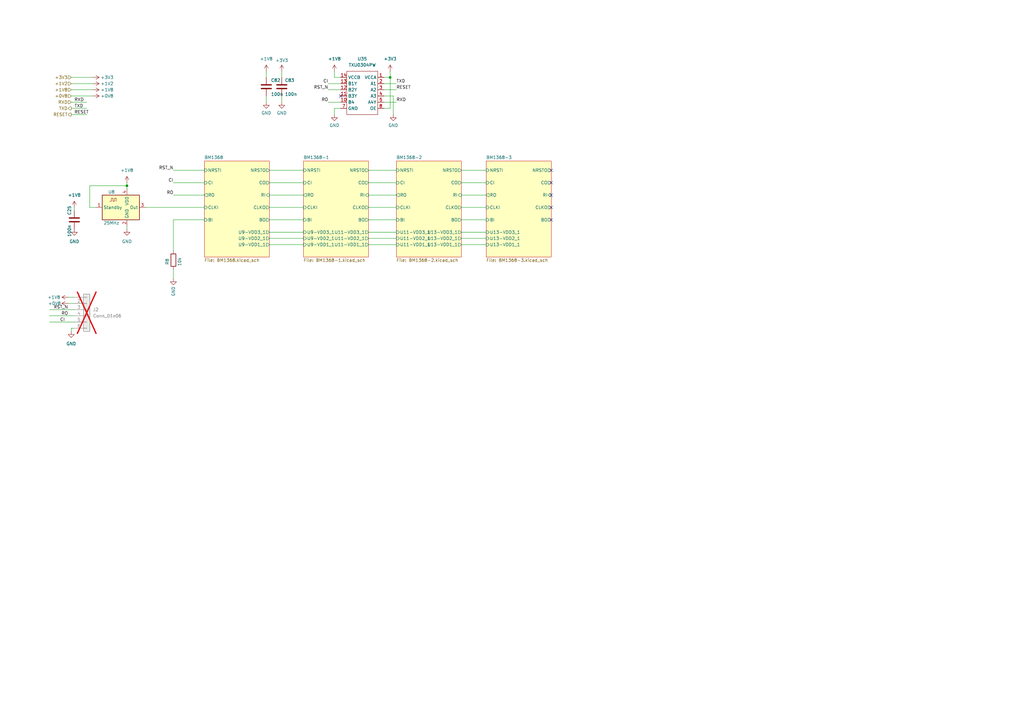
<source format=kicad_sch>
(kicad_sch
	(version 20231120)
	(generator "eeschema")
	(generator_version "8.0")
	(uuid "5ffa02c9-1f90-4b06-abee-1fc0c47a0c88")
	(paper "A3")
	(title_block
		(title "BM1366 PiAxe")
		(date "2023-10-10")
		(rev "202")
	)
	(lib_symbols
		(symbol "+3V3_1"
			(power)
			(pin_numbers hide)
			(pin_names
				(offset 0) hide)
			(exclude_from_sim no)
			(in_bom yes)
			(on_board yes)
			(property "Reference" "#PWR"
				(at 0 -3.81 0)
				(effects
					(font
						(size 1.27 1.27)
					)
					(hide yes)
				)
			)
			(property "Value" "+3V3"
				(at 0 3.556 0)
				(effects
					(font
						(size 1.27 1.27)
					)
				)
			)
			(property "Footprint" ""
				(at 0 0 0)
				(effects
					(font
						(size 1.27 1.27)
					)
					(hide yes)
				)
			)
			(property "Datasheet" ""
				(at 0 0 0)
				(effects
					(font
						(size 1.27 1.27)
					)
					(hide yes)
				)
			)
			(property "Description" "Power symbol creates a global label with name \"+3V3\""
				(at 0 0 0)
				(effects
					(font
						(size 1.27 1.27)
					)
					(hide yes)
				)
			)
			(property "ki_keywords" "global power"
				(at 0 0 0)
				(effects
					(font
						(size 1.27 1.27)
					)
					(hide yes)
				)
			)
			(symbol "+3V3_1_0_1"
				(polyline
					(pts
						(xy -0.762 1.27) (xy 0 2.54)
					)
					(stroke
						(width 0)
						(type default)
					)
					(fill
						(type none)
					)
				)
				(polyline
					(pts
						(xy 0 0) (xy 0 2.54)
					)
					(stroke
						(width 0)
						(type default)
					)
					(fill
						(type none)
					)
				)
				(polyline
					(pts
						(xy 0 2.54) (xy 0.762 1.27)
					)
					(stroke
						(width 0)
						(type default)
					)
					(fill
						(type none)
					)
				)
			)
			(symbol "+3V3_1_1_1"
				(pin power_in line
					(at 0 0 90)
					(length 0)
					(name "~"
						(effects
							(font
								(size 1.27 1.27)
							)
						)
					)
					(number "1"
						(effects
							(font
								(size 1.27 1.27)
							)
						)
					)
				)
			)
		)
		(symbol "Connector_Generic:Conn_01x06"
			(pin_names
				(offset 1.016) hide)
			(exclude_from_sim no)
			(in_bom yes)
			(on_board yes)
			(property "Reference" "J"
				(at 0 7.62 0)
				(effects
					(font
						(size 1.27 1.27)
					)
				)
			)
			(property "Value" "Conn_01x06"
				(at 0 -10.16 0)
				(effects
					(font
						(size 1.27 1.27)
					)
				)
			)
			(property "Footprint" ""
				(at 0 0 0)
				(effects
					(font
						(size 1.27 1.27)
					)
					(hide yes)
				)
			)
			(property "Datasheet" "~"
				(at 0 0 0)
				(effects
					(font
						(size 1.27 1.27)
					)
					(hide yes)
				)
			)
			(property "Description" "Generic connector, single row, 01x06, script generated (kicad-library-utils/schlib/autogen/connector/)"
				(at 0 0 0)
				(effects
					(font
						(size 1.27 1.27)
					)
					(hide yes)
				)
			)
			(property "ki_keywords" "connector"
				(at 0 0 0)
				(effects
					(font
						(size 1.27 1.27)
					)
					(hide yes)
				)
			)
			(property "ki_fp_filters" "Connector*:*_1x??_*"
				(at 0 0 0)
				(effects
					(font
						(size 1.27 1.27)
					)
					(hide yes)
				)
			)
			(symbol "Conn_01x06_1_1"
				(rectangle
					(start -1.27 -7.493)
					(end 0 -7.747)
					(stroke
						(width 0.1524)
						(type default)
					)
					(fill
						(type none)
					)
				)
				(rectangle
					(start -1.27 -4.953)
					(end 0 -5.207)
					(stroke
						(width 0.1524)
						(type default)
					)
					(fill
						(type none)
					)
				)
				(rectangle
					(start -1.27 -2.413)
					(end 0 -2.667)
					(stroke
						(width 0.1524)
						(type default)
					)
					(fill
						(type none)
					)
				)
				(rectangle
					(start -1.27 0.127)
					(end 0 -0.127)
					(stroke
						(width 0.1524)
						(type default)
					)
					(fill
						(type none)
					)
				)
				(rectangle
					(start -1.27 2.667)
					(end 0 2.413)
					(stroke
						(width 0.1524)
						(type default)
					)
					(fill
						(type none)
					)
				)
				(rectangle
					(start -1.27 5.207)
					(end 0 4.953)
					(stroke
						(width 0.1524)
						(type default)
					)
					(fill
						(type none)
					)
				)
				(rectangle
					(start -1.27 6.35)
					(end 1.27 -8.89)
					(stroke
						(width 0.254)
						(type default)
					)
					(fill
						(type background)
					)
				)
				(pin passive line
					(at -5.08 5.08 0)
					(length 3.81)
					(name "Pin_1"
						(effects
							(font
								(size 1.27 1.27)
							)
						)
					)
					(number "1"
						(effects
							(font
								(size 1.27 1.27)
							)
						)
					)
				)
				(pin passive line
					(at -5.08 2.54 0)
					(length 3.81)
					(name "Pin_2"
						(effects
							(font
								(size 1.27 1.27)
							)
						)
					)
					(number "2"
						(effects
							(font
								(size 1.27 1.27)
							)
						)
					)
				)
				(pin passive line
					(at -5.08 0 0)
					(length 3.81)
					(name "Pin_3"
						(effects
							(font
								(size 1.27 1.27)
							)
						)
					)
					(number "3"
						(effects
							(font
								(size 1.27 1.27)
							)
						)
					)
				)
				(pin passive line
					(at -5.08 -2.54 0)
					(length 3.81)
					(name "Pin_4"
						(effects
							(font
								(size 1.27 1.27)
							)
						)
					)
					(number "4"
						(effects
							(font
								(size 1.27 1.27)
							)
						)
					)
				)
				(pin passive line
					(at -5.08 -5.08 0)
					(length 3.81)
					(name "Pin_5"
						(effects
							(font
								(size 1.27 1.27)
							)
						)
					)
					(number "5"
						(effects
							(font
								(size 1.27 1.27)
							)
						)
					)
				)
				(pin passive line
					(at -5.08 -7.62 0)
					(length 3.81)
					(name "Pin_6"
						(effects
							(font
								(size 1.27 1.27)
							)
						)
					)
					(number "6"
						(effects
							(font
								(size 1.27 1.27)
							)
						)
					)
				)
			)
		)
		(symbol "Device:C"
			(pin_numbers hide)
			(pin_names
				(offset 0.254)
			)
			(exclude_from_sim no)
			(in_bom yes)
			(on_board yes)
			(property "Reference" "C"
				(at 0.635 2.54 0)
				(effects
					(font
						(size 1.27 1.27)
					)
					(justify left)
				)
			)
			(property "Value" "C"
				(at 0.635 -2.54 0)
				(effects
					(font
						(size 1.27 1.27)
					)
					(justify left)
				)
			)
			(property "Footprint" ""
				(at 0.9652 -3.81 0)
				(effects
					(font
						(size 1.27 1.27)
					)
					(hide yes)
				)
			)
			(property "Datasheet" "~"
				(at 0 0 0)
				(effects
					(font
						(size 1.27 1.27)
					)
					(hide yes)
				)
			)
			(property "Description" "Unpolarized capacitor"
				(at 0 0 0)
				(effects
					(font
						(size 1.27 1.27)
					)
					(hide yes)
				)
			)
			(property "ki_keywords" "cap capacitor"
				(at 0 0 0)
				(effects
					(font
						(size 1.27 1.27)
					)
					(hide yes)
				)
			)
			(property "ki_fp_filters" "C_*"
				(at 0 0 0)
				(effects
					(font
						(size 1.27 1.27)
					)
					(hide yes)
				)
			)
			(symbol "C_0_1"
				(polyline
					(pts
						(xy -2.032 -0.762) (xy 2.032 -0.762)
					)
					(stroke
						(width 0.508)
						(type default)
					)
					(fill
						(type none)
					)
				)
				(polyline
					(pts
						(xy -2.032 0.762) (xy 2.032 0.762)
					)
					(stroke
						(width 0.508)
						(type default)
					)
					(fill
						(type none)
					)
				)
			)
			(symbol "C_1_1"
				(pin passive line
					(at 0 3.81 270)
					(length 2.794)
					(name "~"
						(effects
							(font
								(size 1.27 1.27)
							)
						)
					)
					(number "1"
						(effects
							(font
								(size 1.27 1.27)
							)
						)
					)
				)
				(pin passive line
					(at 0 -3.81 90)
					(length 2.794)
					(name "~"
						(effects
							(font
								(size 1.27 1.27)
							)
						)
					)
					(number "2"
						(effects
							(font
								(size 1.27 1.27)
							)
						)
					)
				)
			)
		)
		(symbol "Device:R"
			(pin_numbers hide)
			(pin_names
				(offset 0)
			)
			(exclude_from_sim no)
			(in_bom yes)
			(on_board yes)
			(property "Reference" "R"
				(at 2.032 0 90)
				(effects
					(font
						(size 1.27 1.27)
					)
				)
			)
			(property "Value" "R"
				(at 0 0 90)
				(effects
					(font
						(size 1.27 1.27)
					)
				)
			)
			(property "Footprint" ""
				(at -1.778 0 90)
				(effects
					(font
						(size 1.27 1.27)
					)
					(hide yes)
				)
			)
			(property "Datasheet" "~"
				(at 0 0 0)
				(effects
					(font
						(size 1.27 1.27)
					)
					(hide yes)
				)
			)
			(property "Description" "Resistor"
				(at 0 0 0)
				(effects
					(font
						(size 1.27 1.27)
					)
					(hide yes)
				)
			)
			(property "ki_keywords" "R res resistor"
				(at 0 0 0)
				(effects
					(font
						(size 1.27 1.27)
					)
					(hide yes)
				)
			)
			(property "ki_fp_filters" "R_*"
				(at 0 0 0)
				(effects
					(font
						(size 1.27 1.27)
					)
					(hide yes)
				)
			)
			(symbol "R_0_1"
				(rectangle
					(start -1.016 -2.54)
					(end 1.016 2.54)
					(stroke
						(width 0.254)
						(type default)
					)
					(fill
						(type none)
					)
				)
			)
			(symbol "R_1_1"
				(pin passive line
					(at 0 3.81 270)
					(length 1.27)
					(name "~"
						(effects
							(font
								(size 1.27 1.27)
							)
						)
					)
					(number "1"
						(effects
							(font
								(size 1.27 1.27)
							)
						)
					)
				)
				(pin passive line
					(at 0 -3.81 90)
					(length 1.27)
					(name "~"
						(effects
							(font
								(size 1.27 1.27)
							)
						)
					)
					(number "2"
						(effects
							(font
								(size 1.27 1.27)
							)
						)
					)
				)
			)
		)
		(symbol "GND_2"
			(power)
			(pin_names
				(offset 0)
			)
			(exclude_from_sim no)
			(in_bom yes)
			(on_board yes)
			(property "Reference" "#PWR"
				(at 0 -6.35 0)
				(effects
					(font
						(size 1.27 1.27)
					)
					(hide yes)
				)
			)
			(property "Value" "GND_2"
				(at 0 -3.81 0)
				(effects
					(font
						(size 1.27 1.27)
					)
				)
			)
			(property "Footprint" ""
				(at 0 0 0)
				(effects
					(font
						(size 1.27 1.27)
					)
					(hide yes)
				)
			)
			(property "Datasheet" ""
				(at 0 0 0)
				(effects
					(font
						(size 1.27 1.27)
					)
					(hide yes)
				)
			)
			(property "Description" "Power symbol creates a global label with name \"GND\" , ground"
				(at 0 0 0)
				(effects
					(font
						(size 1.27 1.27)
					)
					(hide yes)
				)
			)
			(property "ki_keywords" "global power"
				(at 0 0 0)
				(effects
					(font
						(size 1.27 1.27)
					)
					(hide yes)
				)
			)
			(symbol "GND_2_0_1"
				(polyline
					(pts
						(xy 0 0) (xy 0 -1.27) (xy 1.27 -1.27) (xy 0 -2.54) (xy -1.27 -1.27) (xy 0 -1.27)
					)
					(stroke
						(width 0)
						(type default)
					)
					(fill
						(type none)
					)
				)
			)
			(symbol "GND_2_1_1"
				(pin power_in line
					(at 0 0 270)
					(length 0) hide
					(name "GND"
						(effects
							(font
								(size 1.27 1.27)
							)
						)
					)
					(number "1"
						(effects
							(font
								(size 1.27 1.27)
							)
						)
					)
				)
			)
		)
		(symbol "GND_3"
			(power)
			(pin_names
				(offset 0)
			)
			(exclude_from_sim no)
			(in_bom yes)
			(on_board yes)
			(property "Reference" "#PWR"
				(at 0 -6.35 0)
				(effects
					(font
						(size 1.27 1.27)
					)
					(hide yes)
				)
			)
			(property "Value" "GND_3"
				(at 0 -3.81 0)
				(effects
					(font
						(size 1.27 1.27)
					)
				)
			)
			(property "Footprint" ""
				(at 0 0 0)
				(effects
					(font
						(size 1.27 1.27)
					)
					(hide yes)
				)
			)
			(property "Datasheet" ""
				(at 0 0 0)
				(effects
					(font
						(size 1.27 1.27)
					)
					(hide yes)
				)
			)
			(property "Description" "Power symbol creates a global label with name \"GND\" , ground"
				(at 0 0 0)
				(effects
					(font
						(size 1.27 1.27)
					)
					(hide yes)
				)
			)
			(property "ki_keywords" "global power"
				(at 0 0 0)
				(effects
					(font
						(size 1.27 1.27)
					)
					(hide yes)
				)
			)
			(symbol "GND_3_0_1"
				(polyline
					(pts
						(xy 0 0) (xy 0 -1.27) (xy 1.27 -1.27) (xy 0 -2.54) (xy -1.27 -1.27) (xy 0 -1.27)
					)
					(stroke
						(width 0)
						(type default)
					)
					(fill
						(type none)
					)
				)
			)
			(symbol "GND_3_1_1"
				(pin power_in line
					(at 0 0 270)
					(length 0) hide
					(name "GND"
						(effects
							(font
								(size 1.27 1.27)
							)
						)
					)
					(number "1"
						(effects
							(font
								(size 1.27 1.27)
							)
						)
					)
				)
			)
		)
		(symbol "GND_4"
			(power)
			(pin_names
				(offset 0)
			)
			(exclude_from_sim no)
			(in_bom yes)
			(on_board yes)
			(property "Reference" "#PWR"
				(at 0 -6.35 0)
				(effects
					(font
						(size 1.27 1.27)
					)
					(hide yes)
				)
			)
			(property "Value" "GND_4"
				(at 0 -3.81 0)
				(effects
					(font
						(size 1.27 1.27)
					)
				)
			)
			(property "Footprint" ""
				(at 0 0 0)
				(effects
					(font
						(size 1.27 1.27)
					)
					(hide yes)
				)
			)
			(property "Datasheet" ""
				(at 0 0 0)
				(effects
					(font
						(size 1.27 1.27)
					)
					(hide yes)
				)
			)
			(property "Description" "Power symbol creates a global label with name \"GND\" , ground"
				(at 0 0 0)
				(effects
					(font
						(size 1.27 1.27)
					)
					(hide yes)
				)
			)
			(property "ki_keywords" "global power"
				(at 0 0 0)
				(effects
					(font
						(size 1.27 1.27)
					)
					(hide yes)
				)
			)
			(symbol "GND_4_0_1"
				(polyline
					(pts
						(xy 0 0) (xy 0 -1.27) (xy 1.27 -1.27) (xy 0 -2.54) (xy -1.27 -1.27) (xy 0 -1.27)
					)
					(stroke
						(width 0)
						(type default)
					)
					(fill
						(type none)
					)
				)
			)
			(symbol "GND_4_1_1"
				(pin power_in line
					(at 0 0 270)
					(length 0) hide
					(name "GND"
						(effects
							(font
								(size 1.27 1.27)
							)
						)
					)
					(number "1"
						(effects
							(font
								(size 1.27 1.27)
							)
						)
					)
				)
			)
		)
		(symbol "GND_5"
			(power)
			(pin_names
				(offset 0)
			)
			(exclude_from_sim no)
			(in_bom yes)
			(on_board yes)
			(property "Reference" "#PWR"
				(at 0 -6.35 0)
				(effects
					(font
						(size 1.27 1.27)
					)
					(hide yes)
				)
			)
			(property "Value" "GND_5"
				(at 0 -3.81 0)
				(effects
					(font
						(size 1.27 1.27)
					)
				)
			)
			(property "Footprint" ""
				(at 0 0 0)
				(effects
					(font
						(size 1.27 1.27)
					)
					(hide yes)
				)
			)
			(property "Datasheet" ""
				(at 0 0 0)
				(effects
					(font
						(size 1.27 1.27)
					)
					(hide yes)
				)
			)
			(property "Description" "Power symbol creates a global label with name \"GND\" , ground"
				(at 0 0 0)
				(effects
					(font
						(size 1.27 1.27)
					)
					(hide yes)
				)
			)
			(property "ki_keywords" "global power"
				(at 0 0 0)
				(effects
					(font
						(size 1.27 1.27)
					)
					(hide yes)
				)
			)
			(symbol "GND_5_0_1"
				(polyline
					(pts
						(xy 0 0) (xy 0 -1.27) (xy 1.27 -1.27) (xy 0 -2.54) (xy -1.27 -1.27) (xy 0 -1.27)
					)
					(stroke
						(width 0)
						(type default)
					)
					(fill
						(type none)
					)
				)
			)
			(symbol "GND_5_1_1"
				(pin power_in line
					(at 0 0 270)
					(length 0) hide
					(name "GND"
						(effects
							(font
								(size 1.27 1.27)
							)
						)
					)
					(number "1"
						(effects
							(font
								(size 1.27 1.27)
							)
						)
					)
				)
			)
		)
		(symbol "GND_8"
			(power)
			(pin_names
				(offset 0)
			)
			(exclude_from_sim no)
			(in_bom yes)
			(on_board yes)
			(property "Reference" "#PWR"
				(at 0 -6.35 0)
				(effects
					(font
						(size 1.27 1.27)
					)
					(hide yes)
				)
			)
			(property "Value" "GND_8"
				(at 0 -3.81 0)
				(effects
					(font
						(size 1.27 1.27)
					)
				)
			)
			(property "Footprint" ""
				(at 0 0 0)
				(effects
					(font
						(size 1.27 1.27)
					)
					(hide yes)
				)
			)
			(property "Datasheet" ""
				(at 0 0 0)
				(effects
					(font
						(size 1.27 1.27)
					)
					(hide yes)
				)
			)
			(property "Description" "Power symbol creates a global label with name \"GND\" , ground"
				(at 0 0 0)
				(effects
					(font
						(size 1.27 1.27)
					)
					(hide yes)
				)
			)
			(property "ki_keywords" "global power"
				(at 0 0 0)
				(effects
					(font
						(size 1.27 1.27)
					)
					(hide yes)
				)
			)
			(symbol "GND_8_0_1"
				(polyline
					(pts
						(xy 0 0) (xy 0 -1.27) (xy 1.27 -1.27) (xy 0 -2.54) (xy -1.27 -1.27) (xy 0 -1.27)
					)
					(stroke
						(width 0)
						(type default)
					)
					(fill
						(type none)
					)
				)
			)
			(symbol "GND_8_1_1"
				(pin power_in line
					(at 0 0 270)
					(length 0) hide
					(name "GND"
						(effects
							(font
								(size 1.27 1.27)
							)
						)
					)
					(number "1"
						(effects
							(font
								(size 1.27 1.27)
							)
						)
					)
				)
			)
		)
		(symbol "Oscillator:ASDMB-xxxMHz"
			(exclude_from_sim no)
			(in_bom yes)
			(on_board yes)
			(property "Reference" "U"
				(at -6.35 6.35 0)
				(effects
					(font
						(size 1.27 1.27)
					)
				)
			)
			(property "Value" "ASDMB-xxxMHz"
				(at 11.43 6.35 0)
				(effects
					(font
						(size 1.27 1.27)
					)
				)
			)
			(property "Footprint" "Oscillator:Oscillator_SMD_Abracon_ASDMB-4Pin_2.5x2.0mm"
				(at 0 0 0)
				(effects
					(font
						(size 1.27 1.27)
					)
					(hide yes)
				)
			)
			(property "Datasheet" "https://abracon.com/Oscillators/ASDMB.pdf"
				(at 7.62 11.43 0)
				(effects
					(font
						(size 1.27 1.27)
					)
					(hide yes)
				)
			)
			(property "Description" "1.8-3.3V SMD Ultra Miniature Crystal Clock Oscillator, Abracon"
				(at 0 0 0)
				(effects
					(font
						(size 1.27 1.27)
					)
					(hide yes)
				)
			)
			(property "ki_keywords" "1.8-3.3V SMD Ultra Miniature Crystal Clock Oscillator"
				(at 0 0 0)
				(effects
					(font
						(size 1.27 1.27)
					)
					(hide yes)
				)
			)
			(property "ki_fp_filters" "Oscillator*SMD*Abracon*ASDMB*2.5x2.0mm*"
				(at 0 0 0)
				(effects
					(font
						(size 1.27 1.27)
					)
					(hide yes)
				)
			)
			(symbol "ASDMB-xxxMHz_1_1"
				(rectangle
					(start -7.62 5.08)
					(end 7.62 -5.08)
					(stroke
						(width 0.254)
						(type default)
					)
					(fill
						(type background)
					)
				)
				(polyline
					(pts
						(xy -4.445 2.54) (xy -3.81 2.54) (xy -3.81 3.81) (xy -3.175 3.81) (xy -3.175 2.54) (xy -2.54 2.54)
						(xy -2.54 3.81) (xy -1.905 3.81) (xy -1.905 2.54)
					)
					(stroke
						(width 0)
						(type default)
					)
					(fill
						(type none)
					)
				)
				(pin input line
					(at -10.16 0 0)
					(length 2.54)
					(name "Standby"
						(effects
							(font
								(size 1.27 1.27)
							)
						)
					)
					(number "1"
						(effects
							(font
								(size 1.27 1.27)
							)
						)
					)
				)
				(pin power_in line
					(at 2.54 -7.62 90)
					(length 2.54)
					(name "GND"
						(effects
							(font
								(size 1.27 1.27)
							)
						)
					)
					(number "2"
						(effects
							(font
								(size 1.27 1.27)
							)
						)
					)
				)
				(pin output line
					(at 10.16 0 180)
					(length 2.54)
					(name "Out"
						(effects
							(font
								(size 1.27 1.27)
							)
						)
					)
					(number "3"
						(effects
							(font
								(size 1.27 1.27)
							)
						)
					)
				)
				(pin power_in line
					(at 2.54 7.62 270)
					(length 2.54)
					(name "VDD"
						(effects
							(font
								(size 1.27 1.27)
							)
						)
					)
					(number "4"
						(effects
							(font
								(size 1.27 1.27)
							)
						)
					)
				)
			)
		)
		(symbol "mylib7:+0V8"
			(power)
			(exclude_from_sim yes)
			(in_bom no)
			(on_board no)
			(property "Reference" "U18"
				(at 3.81 1.27 0)
				(effects
					(font
						(size 1.27 1.27)
					)
					(hide yes)
				)
			)
			(property "Value" "+0V8"
				(at 0 3.175 90)
				(effects
					(font
						(size 1.27 1.27)
					)
					(justify left)
				)
			)
			(property "Footprint" ""
				(at 0 0 0)
				(effects
					(font
						(size 1.27 1.27)
					)
					(hide yes)
				)
			)
			(property "Datasheet" ""
				(at 0 0 0)
				(effects
					(font
						(size 1.27 1.27)
					)
					(hide yes)
				)
			)
			(property "Description" ""
				(at 0 0 0)
				(effects
					(font
						(size 1.27 1.27)
					)
					(hide yes)
				)
			)
			(property "Distributor" "-"
				(at 0 0 0)
				(effects
					(font
						(size 1.27 1.27)
					)
					(hide yes)
				)
			)
			(symbol "+0V8_0_1"
				(polyline
					(pts
						(xy -0.762 1.27) (xy 0 2.54)
					)
					(stroke
						(width 0)
						(type default)
					)
					(fill
						(type none)
					)
				)
				(polyline
					(pts
						(xy 0 0) (xy 0 2.54)
					)
					(stroke
						(width 0)
						(type default)
					)
					(fill
						(type none)
					)
				)
				(polyline
					(pts
						(xy 0 2.54) (xy 0.762 1.27)
					)
					(stroke
						(width 0)
						(type default)
					)
					(fill
						(type none)
					)
				)
			)
			(symbol "+0V8_1_1"
				(pin power_in line
					(at 0 0 90)
					(length 0) hide
					(name "+0V8"
						(effects
							(font
								(size 1.27 1.27)
							)
						)
					)
					(number "1"
						(effects
							(font
								(size 1.27 1.27)
							)
						)
					)
				)
			)
		)
		(symbol "mylib7:TXU0304"
			(exclude_from_sim no)
			(in_bom yes)
			(on_board yes)
			(property "Reference" "U"
				(at -1.27 8.382 0)
				(effects
					(font
						(size 1.27 1.27)
					)
				)
			)
			(property "Value" "TXU0304PW"
				(at -10.16 2.54 0)
				(effects
					(font
						(size 1.27 1.27)
					)
				)
			)
			(property "Footprint" "Package_SO:TSSOP-14_4.4x5mm_P0.65mm "
				(at -10.16 2.54 0)
				(effects
					(font
						(size 1.27 1.27)
					)
					(hide yes)
				)
			)
			(property "Datasheet" ""
				(at -10.16 2.54 0)
				(effects
					(font
						(size 1.27 1.27)
					)
					(hide yes)
				)
			)
			(property "Description" ""
				(at -10.16 2.54 0)
				(effects
					(font
						(size 1.27 1.27)
					)
					(hide yes)
				)
			)
			(symbol "TXU0304_0_1"
				(rectangle
					(start -7.62 7.62)
					(end 5.08 -10.16)
					(stroke
						(width 0)
						(type default)
					)
					(fill
						(type none)
					)
				)
			)
			(symbol "TXU0304_1_1"
				(pin power_in line
					(at -10.16 5.08 0)
					(length 2.54)
					(name "VCCA"
						(effects
							(font
								(size 1.27 1.27)
							)
						)
					)
					(number "1"
						(effects
							(font
								(size 1.27 1.27)
							)
						)
					)
				)
				(pin input line
					(at 7.62 -5.08 180)
					(length 2.54)
					(name "B4"
						(effects
							(font
								(size 1.27 1.27)
							)
						)
					)
					(number "10"
						(effects
							(font
								(size 1.27 1.27)
							)
						)
					)
				)
				(pin output line
					(at 7.62 -2.54 180)
					(length 2.54)
					(name "B3Y"
						(effects
							(font
								(size 1.27 1.27)
							)
						)
					)
					(number "11"
						(effects
							(font
								(size 1.27 1.27)
							)
						)
					)
				)
				(pin output line
					(at 7.62 0 180)
					(length 2.54)
					(name "B2Y"
						(effects
							(font
								(size 1.27 1.27)
							)
						)
					)
					(number "12"
						(effects
							(font
								(size 1.27 1.27)
							)
						)
					)
				)
				(pin output line
					(at 7.62 2.54 180)
					(length 2.54)
					(name "B1Y"
						(effects
							(font
								(size 1.27 1.27)
							)
						)
					)
					(number "13"
						(effects
							(font
								(size 1.27 1.27)
							)
						)
					)
				)
				(pin power_in line
					(at 7.62 5.08 180)
					(length 2.54)
					(name "VCCB"
						(effects
							(font
								(size 1.27 1.27)
							)
						)
					)
					(number "14"
						(effects
							(font
								(size 1.27 1.27)
							)
						)
					)
				)
				(pin input line
					(at -10.16 2.54 0)
					(length 2.54)
					(name "A1"
						(effects
							(font
								(size 1.27 1.27)
							)
						)
					)
					(number "2"
						(effects
							(font
								(size 1.27 1.27)
							)
						)
					)
				)
				(pin input line
					(at -10.16 0 0)
					(length 2.54)
					(name "A2"
						(effects
							(font
								(size 1.27 1.27)
							)
						)
					)
					(number "3"
						(effects
							(font
								(size 1.27 1.27)
							)
						)
					)
				)
				(pin input line
					(at -10.16 -2.54 0)
					(length 2.54)
					(name "A3"
						(effects
							(font
								(size 1.27 1.27)
							)
						)
					)
					(number "4"
						(effects
							(font
								(size 1.27 1.27)
							)
						)
					)
				)
				(pin output line
					(at -10.16 -5.08 0)
					(length 2.54)
					(name "A4Y"
						(effects
							(font
								(size 1.27 1.27)
							)
						)
					)
					(number "5"
						(effects
							(font
								(size 1.27 1.27)
							)
						)
					)
				)
				(pin passive line
					(at 7.62 -7.62 180)
					(length 2.54)
					(name "GND"
						(effects
							(font
								(size 1.27 1.27)
							)
						)
					)
					(number "7"
						(effects
							(font
								(size 1.27 1.27)
							)
						)
					)
				)
				(pin input line
					(at -10.16 -7.62 0)
					(length 2.54)
					(name "OE"
						(effects
							(font
								(size 1.27 1.27)
							)
						)
					)
					(number "8"
						(effects
							(font
								(size 1.27 1.27)
							)
						)
					)
				)
			)
		)
		(symbol "power:+1V2"
			(power)
			(pin_names
				(offset 0)
			)
			(exclude_from_sim no)
			(in_bom yes)
			(on_board yes)
			(property "Reference" "#PWR"
				(at 0 -3.81 0)
				(effects
					(font
						(size 1.27 1.27)
					)
					(hide yes)
				)
			)
			(property "Value" "+1V2"
				(at 0 3.556 0)
				(effects
					(font
						(size 1.27 1.27)
					)
				)
			)
			(property "Footprint" ""
				(at 0 0 0)
				(effects
					(font
						(size 1.27 1.27)
					)
					(hide yes)
				)
			)
			(property "Datasheet" ""
				(at 0 0 0)
				(effects
					(font
						(size 1.27 1.27)
					)
					(hide yes)
				)
			)
			(property "Description" "Power symbol creates a global label with name \"+1V2\""
				(at 0 0 0)
				(effects
					(font
						(size 1.27 1.27)
					)
					(hide yes)
				)
			)
			(property "ki_keywords" "global power"
				(at 0 0 0)
				(effects
					(font
						(size 1.27 1.27)
					)
					(hide yes)
				)
			)
			(symbol "+1V2_0_1"
				(polyline
					(pts
						(xy -0.762 1.27) (xy 0 2.54)
					)
					(stroke
						(width 0)
						(type default)
					)
					(fill
						(type none)
					)
				)
				(polyline
					(pts
						(xy 0 0) (xy 0 2.54)
					)
					(stroke
						(width 0)
						(type default)
					)
					(fill
						(type none)
					)
				)
				(polyline
					(pts
						(xy 0 2.54) (xy 0.762 1.27)
					)
					(stroke
						(width 0)
						(type default)
					)
					(fill
						(type none)
					)
				)
			)
			(symbol "+1V2_1_1"
				(pin power_in line
					(at 0 0 90)
					(length 0) hide
					(name "+1V2"
						(effects
							(font
								(size 1.27 1.27)
							)
						)
					)
					(number "1"
						(effects
							(font
								(size 1.27 1.27)
							)
						)
					)
				)
			)
		)
		(symbol "power:+1V8"
			(power)
			(pin_names
				(offset 0)
			)
			(exclude_from_sim no)
			(in_bom yes)
			(on_board yes)
			(property "Reference" "#PWR"
				(at 0 -3.81 0)
				(effects
					(font
						(size 1.27 1.27)
					)
					(hide yes)
				)
			)
			(property "Value" "+1V8"
				(at 0 3.556 0)
				(effects
					(font
						(size 1.27 1.27)
					)
				)
			)
			(property "Footprint" ""
				(at 0 0 0)
				(effects
					(font
						(size 1.27 1.27)
					)
					(hide yes)
				)
			)
			(property "Datasheet" ""
				(at 0 0 0)
				(effects
					(font
						(size 1.27 1.27)
					)
					(hide yes)
				)
			)
			(property "Description" "Power symbol creates a global label with name \"+1V8\""
				(at 0 0 0)
				(effects
					(font
						(size 1.27 1.27)
					)
					(hide yes)
				)
			)
			(property "ki_keywords" "global power"
				(at 0 0 0)
				(effects
					(font
						(size 1.27 1.27)
					)
					(hide yes)
				)
			)
			(symbol "+1V8_0_1"
				(polyline
					(pts
						(xy -0.762 1.27) (xy 0 2.54)
					)
					(stroke
						(width 0)
						(type default)
					)
					(fill
						(type none)
					)
				)
				(polyline
					(pts
						(xy 0 0) (xy 0 2.54)
					)
					(stroke
						(width 0)
						(type default)
					)
					(fill
						(type none)
					)
				)
				(polyline
					(pts
						(xy 0 2.54) (xy 0.762 1.27)
					)
					(stroke
						(width 0)
						(type default)
					)
					(fill
						(type none)
					)
				)
			)
			(symbol "+1V8_1_1"
				(pin power_in line
					(at 0 0 90)
					(length 0) hide
					(name "+1V8"
						(effects
							(font
								(size 1.27 1.27)
							)
						)
					)
					(number "1"
						(effects
							(font
								(size 1.27 1.27)
							)
						)
					)
				)
			)
		)
		(symbol "power:+3V3"
			(power)
			(pin_names
				(offset 0)
			)
			(exclude_from_sim no)
			(in_bom yes)
			(on_board yes)
			(property "Reference" "#PWR"
				(at 0 -3.81 0)
				(effects
					(font
						(size 1.27 1.27)
					)
					(hide yes)
				)
			)
			(property "Value" "+3V3"
				(at 0 3.556 0)
				(effects
					(font
						(size 1.27 1.27)
					)
				)
			)
			(property "Footprint" ""
				(at 0 0 0)
				(effects
					(font
						(size 1.27 1.27)
					)
					(hide yes)
				)
			)
			(property "Datasheet" ""
				(at 0 0 0)
				(effects
					(font
						(size 1.27 1.27)
					)
					(hide yes)
				)
			)
			(property "Description" "Power symbol creates a global label with name \"+3V3\""
				(at 0 0 0)
				(effects
					(font
						(size 1.27 1.27)
					)
					(hide yes)
				)
			)
			(property "ki_keywords" "global power"
				(at 0 0 0)
				(effects
					(font
						(size 1.27 1.27)
					)
					(hide yes)
				)
			)
			(symbol "+3V3_0_1"
				(polyline
					(pts
						(xy -0.762 1.27) (xy 0 2.54)
					)
					(stroke
						(width 0)
						(type default)
					)
					(fill
						(type none)
					)
				)
				(polyline
					(pts
						(xy 0 0) (xy 0 2.54)
					)
					(stroke
						(width 0)
						(type default)
					)
					(fill
						(type none)
					)
				)
				(polyline
					(pts
						(xy 0 2.54) (xy 0.762 1.27)
					)
					(stroke
						(width 0)
						(type default)
					)
					(fill
						(type none)
					)
				)
			)
			(symbol "+3V3_1_1"
				(pin power_in line
					(at 0 0 90)
					(length 0) hide
					(name "+3V3"
						(effects
							(font
								(size 1.27 1.27)
							)
						)
					)
					(number "1"
						(effects
							(font
								(size 1.27 1.27)
							)
						)
					)
				)
			)
		)
		(symbol "power:GND"
			(power)
			(pin_names
				(offset 0)
			)
			(exclude_from_sim no)
			(in_bom yes)
			(on_board yes)
			(property "Reference" "#PWR"
				(at 0 -6.35 0)
				(effects
					(font
						(size 1.27 1.27)
					)
					(hide yes)
				)
			)
			(property "Value" "GND"
				(at 0 -3.81 0)
				(effects
					(font
						(size 1.27 1.27)
					)
				)
			)
			(property "Footprint" ""
				(at 0 0 0)
				(effects
					(font
						(size 1.27 1.27)
					)
					(hide yes)
				)
			)
			(property "Datasheet" ""
				(at 0 0 0)
				(effects
					(font
						(size 1.27 1.27)
					)
					(hide yes)
				)
			)
			(property "Description" "Power symbol creates a global label with name \"GND\" , ground"
				(at 0 0 0)
				(effects
					(font
						(size 1.27 1.27)
					)
					(hide yes)
				)
			)
			(property "ki_keywords" "power-flag"
				(at 0 0 0)
				(effects
					(font
						(size 1.27 1.27)
					)
					(hide yes)
				)
			)
			(symbol "GND_0_1"
				(polyline
					(pts
						(xy 0 0) (xy 0 -1.27) (xy 1.27 -1.27) (xy 0 -2.54) (xy -1.27 -1.27) (xy 0 -1.27)
					)
					(stroke
						(width 0)
						(type default)
					)
					(fill
						(type none)
					)
				)
			)
			(symbol "GND_1_1"
				(pin power_in line
					(at 0 0 270)
					(length 0) hide
					(name "GND"
						(effects
							(font
								(size 1.27 1.27)
							)
						)
					)
					(number "1"
						(effects
							(font
								(size 1.27 1.27)
							)
						)
					)
				)
			)
		)
	)
	(junction
		(at 160.02 31.75)
		(diameter 0)
		(color 0 0 0 0)
		(uuid "1e460c12-e39d-4edf-b0a2-2f9fa5fa4618")
	)
	(junction
		(at 52.07 76.2)
		(diameter 0)
		(color 0 0 0 0)
		(uuid "53b10393-870d-4edd-ab50-a3cc5fa61bb3")
	)
	(no_connect
		(at 226.06 74.93)
		(uuid "08ee2bdf-d1a5-4447-b8a4-23fe1150fe90")
	)
	(no_connect
		(at 139.7 39.37)
		(uuid "0a7bbcfb-83e5-4baa-be09-0f3d4360ab4b")
	)
	(no_connect
		(at 226.06 85.09)
		(uuid "23139d8f-f4ce-4495-a8cb-9eb88613933f")
	)
	(no_connect
		(at 226.06 80.01)
		(uuid "2460429a-0f37-40cc-baf5-95cddaa2e113")
	)
	(no_connect
		(at 226.06 69.85)
		(uuid "9a81d916-a8a8-44d2-ab78-45bd12ce3a1c")
	)
	(no_connect
		(at 226.06 90.17)
		(uuid "b05b9e74-b684-46f3-9995-bdfb0d8f3102")
	)
	(wire
		(pts
			(xy 52.07 76.2) (xy 52.07 77.47)
		)
		(stroke
			(width 0)
			(type default)
		)
		(uuid "04c03de2-8f8a-48d0-90a7-8aa41259ffa3")
	)
	(wire
		(pts
			(xy 151.13 90.17) (xy 162.56 90.17)
		)
		(stroke
			(width 0)
			(type default)
		)
		(uuid "057f7930-c208-4369-9768-6e4e0493065e")
	)
	(wire
		(pts
			(xy 29.21 34.29) (xy 38.1 34.29)
		)
		(stroke
			(width 0)
			(type default)
		)
		(uuid "0a87c48f-a14c-434c-bc96-0b5e09bf8158")
	)
	(wire
		(pts
			(xy 151.13 74.93) (xy 162.56 74.93)
		)
		(stroke
			(width 0)
			(type default)
		)
		(uuid "0eb37b8d-6f30-4448-a525-b4553d8bd29e")
	)
	(wire
		(pts
			(xy 134.62 34.29) (xy 139.7 34.29)
		)
		(stroke
			(width 0)
			(type default)
		)
		(uuid "1293e475-363a-4f35-bc0b-422fbfc11a29")
	)
	(wire
		(pts
			(xy 151.13 100.33) (xy 162.56 100.33)
		)
		(stroke
			(width 0)
			(type default)
		)
		(uuid "12ea450c-5fc1-4256-8ee2-1658db16a4bf")
	)
	(wire
		(pts
			(xy 52.07 74.93) (xy 52.07 76.2)
		)
		(stroke
			(width 0)
			(type default)
		)
		(uuid "1590fdf6-e0e8-4b3f-b9dc-a8157272ad07")
	)
	(wire
		(pts
			(xy 137.16 29.21) (xy 137.16 31.75)
		)
		(stroke
			(width 0)
			(type default)
		)
		(uuid "187c8160-ce3e-49ca-a821-ac9ff1592d36")
	)
	(wire
		(pts
			(xy 30.48 85.09) (xy 30.48 86.36)
		)
		(stroke
			(width 0)
			(type default)
		)
		(uuid "1b810661-510b-44cc-89a6-95c50652c918")
	)
	(wire
		(pts
			(xy 189.23 90.17) (xy 199.39 90.17)
		)
		(stroke
			(width 0)
			(type default)
		)
		(uuid "1f7ad7a2-e832-4f53-9bdf-80885ba0c04f")
	)
	(wire
		(pts
			(xy 189.23 85.09) (xy 199.39 85.09)
		)
		(stroke
			(width 0)
			(type default)
		)
		(uuid "20f781b1-a7ae-4528-8377-ac0348848745")
	)
	(wire
		(pts
			(xy 27.94 124.46) (xy 30.48 124.46)
		)
		(stroke
			(width 0)
			(type default)
		)
		(uuid "21335347-57f0-44d2-ad3c-eef7a774dea9")
	)
	(wire
		(pts
			(xy 151.13 80.01) (xy 162.56 80.01)
		)
		(stroke
			(width 0)
			(type default)
		)
		(uuid "294e3f59-9ee0-447d-bcce-183681d084a4")
	)
	(wire
		(pts
			(xy 36.83 76.2) (xy 36.83 85.09)
		)
		(stroke
			(width 0)
			(type default)
		)
		(uuid "31173be2-eb08-45a2-84c1-350bf1fb8c98")
	)
	(wire
		(pts
			(xy 161.29 39.37) (xy 157.48 39.37)
		)
		(stroke
			(width 0)
			(type default)
		)
		(uuid "3657e819-1874-48ad-8cb1-aa08a519f644")
	)
	(wire
		(pts
			(xy 110.49 97.79) (xy 124.46 97.79)
		)
		(stroke
			(width 0)
			(type default)
		)
		(uuid "37847cd1-4300-41fe-8299-84b4dd32cedd")
	)
	(wire
		(pts
			(xy 29.21 31.75) (xy 38.1 31.75)
		)
		(stroke
			(width 0)
			(type default)
		)
		(uuid "3c0ba4b3-cc61-4526-9ed1-0ec6f1406a46")
	)
	(wire
		(pts
			(xy 52.07 76.2) (xy 36.83 76.2)
		)
		(stroke
			(width 0)
			(type default)
		)
		(uuid "3cf0458e-b447-4cb8-a201-b848c52b5d06")
	)
	(wire
		(pts
			(xy 71.12 90.17) (xy 83.82 90.17)
		)
		(stroke
			(width 0)
			(type default)
		)
		(uuid "3d72c331-8859-4722-b03b-6ec01548e3b1")
	)
	(wire
		(pts
			(xy 189.23 69.85) (xy 199.39 69.85)
		)
		(stroke
			(width 0)
			(type default)
		)
		(uuid "3fe5db8c-8ca7-4b69-b3e3-38f7c6ef175c")
	)
	(wire
		(pts
			(xy 189.23 74.93) (xy 199.39 74.93)
		)
		(stroke
			(width 0)
			(type default)
		)
		(uuid "40ec4a69-953d-4f05-b8b9-a55a86ef37fa")
	)
	(wire
		(pts
			(xy 110.49 85.09) (xy 124.46 85.09)
		)
		(stroke
			(width 0)
			(type default)
		)
		(uuid "41b672a7-8979-4759-a77a-648f70b1dce2")
	)
	(wire
		(pts
			(xy 151.13 97.79) (xy 162.56 97.79)
		)
		(stroke
			(width 0)
			(type default)
		)
		(uuid "458e6603-e219-4ac9-927b-31c6cdc85082")
	)
	(wire
		(pts
			(xy 59.69 85.09) (xy 83.82 85.09)
		)
		(stroke
			(width 0)
			(type default)
		)
		(uuid "45e0df49-813d-45db-aecf-5c57b89227b4")
	)
	(wire
		(pts
			(xy 157.48 34.29) (xy 162.56 34.29)
		)
		(stroke
			(width 0)
			(type default)
		)
		(uuid "490fd9d3-712e-4ad5-9a7b-ba7cb953299b")
	)
	(wire
		(pts
			(xy 189.23 97.79) (xy 199.39 97.79)
		)
		(stroke
			(width 0)
			(type default)
		)
		(uuid "4be4d713-8937-4a53-b5a1-d136cf556310")
	)
	(wire
		(pts
			(xy 137.16 31.75) (xy 139.7 31.75)
		)
		(stroke
			(width 0)
			(type default)
		)
		(uuid "517ba748-3065-4f84-b593-6539c0b85e94")
	)
	(wire
		(pts
			(xy 36.83 85.09) (xy 39.37 85.09)
		)
		(stroke
			(width 0)
			(type default)
		)
		(uuid "54b76b80-63b5-46e4-8336-9124af6b6cb5")
	)
	(wire
		(pts
			(xy 115.57 39.37) (xy 115.57 41.91)
		)
		(stroke
			(width 0)
			(type default)
		)
		(uuid "553ad8a0-4b81-49b8-a7d3-b2dbcee78eef")
	)
	(wire
		(pts
			(xy 29.21 134.62) (xy 30.48 134.62)
		)
		(stroke
			(width 0)
			(type default)
		)
		(uuid "57837769-f06f-4dbf-b0a3-442bdb5b0768")
	)
	(wire
		(pts
			(xy 71.12 102.87) (xy 71.12 90.17)
		)
		(stroke
			(width 0)
			(type default)
		)
		(uuid "58c60b50-bb65-4e1e-b25f-e63b700d0974")
	)
	(wire
		(pts
			(xy 160.02 29.21) (xy 160.02 31.75)
		)
		(stroke
			(width 0)
			(type default)
		)
		(uuid "5b9242e5-9264-43cf-9644-c13d866c1d43")
	)
	(wire
		(pts
			(xy 71.12 114.3) (xy 71.12 110.49)
		)
		(stroke
			(width 0)
			(type default)
		)
		(uuid "5f443bcb-f019-457d-869f-b92cd451520a")
	)
	(wire
		(pts
			(xy 71.12 74.93) (xy 83.82 74.93)
		)
		(stroke
			(width 0)
			(type default)
		)
		(uuid "647bbf5a-40c0-4927-8d6a-0be3b3673e68")
	)
	(wire
		(pts
			(xy 71.12 69.85) (xy 83.82 69.85)
		)
		(stroke
			(width 0)
			(type default)
		)
		(uuid "6df52729-a618-4fae-ada5-7bdc7b1c04fa")
	)
	(wire
		(pts
			(xy 189.23 80.01) (xy 199.39 80.01)
		)
		(stroke
			(width 0)
			(type default)
		)
		(uuid "70d03bd4-faee-4468-bec3-769a9cd1fef9")
	)
	(wire
		(pts
			(xy 189.23 95.25) (xy 199.39 95.25)
		)
		(stroke
			(width 0)
			(type default)
		)
		(uuid "750960f5-5154-4552-b358-7afee0e51efd")
	)
	(wire
		(pts
			(xy 110.49 100.33) (xy 124.46 100.33)
		)
		(stroke
			(width 0)
			(type default)
		)
		(uuid "802bc9ec-32ab-4737-b1a6-5c120bed5bd3")
	)
	(wire
		(pts
			(xy 160.02 31.75) (xy 157.48 31.75)
		)
		(stroke
			(width 0)
			(type default)
		)
		(uuid "995a44d9-8a42-4282-8636-8f222dcfe107")
	)
	(wire
		(pts
			(xy 134.62 41.91) (xy 139.7 41.91)
		)
		(stroke
			(width 0)
			(type default)
		)
		(uuid "9e4000c9-0867-4aaa-a1fe-1e2073bb4072")
	)
	(wire
		(pts
			(xy 157.48 44.45) (xy 160.02 44.45)
		)
		(stroke
			(width 0)
			(type default)
		)
		(uuid "9edf5534-d29c-4e1a-983b-8721356af9f7")
	)
	(wire
		(pts
			(xy 189.23 100.33) (xy 199.39 100.33)
		)
		(stroke
			(width 0)
			(type default)
		)
		(uuid "9f9eb18f-51fe-47de-bed4-99b367136cb8")
	)
	(wire
		(pts
			(xy 115.57 29.21) (xy 115.57 31.75)
		)
		(stroke
			(width 0)
			(type default)
		)
		(uuid "a0ed1a9f-9385-4330-ab57-068c6a4ccc4e")
	)
	(wire
		(pts
			(xy 29.21 135.89) (xy 29.21 134.62)
		)
		(stroke
			(width 0)
			(type default)
		)
		(uuid "a4f67310-943b-432e-9f52-4c7080c23b03")
	)
	(wire
		(pts
			(xy 161.29 46.99) (xy 161.29 39.37)
		)
		(stroke
			(width 0)
			(type default)
		)
		(uuid "a7eb1a81-2629-4d8b-98d4-bef6117c0c1b")
	)
	(wire
		(pts
			(xy 110.49 90.17) (xy 124.46 90.17)
		)
		(stroke
			(width 0)
			(type default)
		)
		(uuid "a8c7631d-aca7-457d-a4bc-bfb0dafcd422")
	)
	(wire
		(pts
			(xy 109.22 29.21) (xy 109.22 31.75)
		)
		(stroke
			(width 0)
			(type default)
		)
		(uuid "aa87c8eb-79b0-47ef-acb5-6aa62fe23224")
	)
	(wire
		(pts
			(xy 71.12 80.01) (xy 83.82 80.01)
		)
		(stroke
			(width 0)
			(type default)
		)
		(uuid "aa9b0051-139b-410c-842e-3ec11ac7c2bf")
	)
	(wire
		(pts
			(xy 139.7 44.45) (xy 137.16 44.45)
		)
		(stroke
			(width 0)
			(type default)
		)
		(uuid "afd7bfdb-0f2e-4149-9fb0-db100416d8fc")
	)
	(wire
		(pts
			(xy 20.32 132.08) (xy 30.48 132.08)
		)
		(stroke
			(width 0)
			(type default)
		)
		(uuid "b5d7f3a1-c7a2-4daa-b231-3499e4e0e63d")
	)
	(wire
		(pts
			(xy 29.21 39.37) (xy 38.1 39.37)
		)
		(stroke
			(width 0)
			(type default)
		)
		(uuid "b7d33bfe-e6d7-4324-8972-ac3b35640a18")
	)
	(wire
		(pts
			(xy 157.48 36.83) (xy 162.56 36.83)
		)
		(stroke
			(width 0)
			(type default)
		)
		(uuid "b910f5b6-1484-44b1-b6f4-f90533e2635d")
	)
	(wire
		(pts
			(xy 137.16 44.45) (xy 137.16 46.99)
		)
		(stroke
			(width 0)
			(type default)
		)
		(uuid "bfd80f86-2113-4462-86cd-7d5b0edfe83e")
	)
	(wire
		(pts
			(xy 20.32 127) (xy 30.48 127)
		)
		(stroke
			(width 0)
			(type default)
		)
		(uuid "d087895b-73d1-4931-aac6-e46807e66fdf")
	)
	(wire
		(pts
			(xy 157.48 41.91) (xy 162.56 41.91)
		)
		(stroke
			(width 0)
			(type default)
		)
		(uuid "d2094e4c-d5e3-42c0-a047-ccb33424a043")
	)
	(wire
		(pts
			(xy 110.49 95.25) (xy 124.46 95.25)
		)
		(stroke
			(width 0)
			(type default)
		)
		(uuid "d3164a5a-9ebb-40b6-8033-77f64d672945")
	)
	(wire
		(pts
			(xy 52.07 92.71) (xy 52.07 93.98)
		)
		(stroke
			(width 0)
			(type default)
		)
		(uuid "d51286e3-f1b5-4868-9629-c99966104168")
	)
	(wire
		(pts
			(xy 134.62 36.83) (xy 139.7 36.83)
		)
		(stroke
			(width 0)
			(type default)
		)
		(uuid "dbb58783-053c-4230-b1dd-fbfebfb6d32f")
	)
	(wire
		(pts
			(xy 110.49 80.01) (xy 124.46 80.01)
		)
		(stroke
			(width 0)
			(type default)
		)
		(uuid "df5eb239-abd8-44f8-8a90-4a6dac4ca280")
	)
	(wire
		(pts
			(xy 151.13 95.25) (xy 162.56 95.25)
		)
		(stroke
			(width 0)
			(type default)
		)
		(uuid "e6586fc9-fa72-42c3-b055-f38e85cfa741")
	)
	(wire
		(pts
			(xy 27.94 121.92) (xy 30.48 121.92)
		)
		(stroke
			(width 0)
			(type default)
		)
		(uuid "e66c275b-d389-49df-9e10-6bdac8f10b2b")
	)
	(wire
		(pts
			(xy 29.21 41.91) (xy 35.56 41.91)
		)
		(stroke
			(width 0)
			(type default)
		)
		(uuid "e9d1346c-aacc-4f1d-82c6-081f3f5ebc3b")
	)
	(wire
		(pts
			(xy 110.49 74.93) (xy 124.46 74.93)
		)
		(stroke
			(width 0)
			(type default)
		)
		(uuid "ed544084-e0d7-4f5c-a81c-864e43ee5c4c")
	)
	(wire
		(pts
			(xy 110.49 69.85) (xy 124.46 69.85)
		)
		(stroke
			(width 0)
			(type default)
		)
		(uuid "efb9408d-ff11-45d6-8fc2-b20574a1ffeb")
	)
	(wire
		(pts
			(xy 29.21 44.45) (xy 35.56 44.45)
		)
		(stroke
			(width 0)
			(type default)
		)
		(uuid "f72bd21c-af2e-47ce-867d-e854c302b005")
	)
	(wire
		(pts
			(xy 109.22 39.37) (xy 109.22 41.91)
		)
		(stroke
			(width 0)
			(type default)
		)
		(uuid "f75ccbf5-fd6c-4f1b-81b1-b2a94a5e5ed2")
	)
	(wire
		(pts
			(xy 151.13 69.85) (xy 162.56 69.85)
		)
		(stroke
			(width 0)
			(type default)
		)
		(uuid "f9c7453a-28ca-442d-8258-7b89f460a48a")
	)
	(wire
		(pts
			(xy 20.32 129.54) (xy 30.48 129.54)
		)
		(stroke
			(width 0)
			(type default)
		)
		(uuid "fa523fc3-0348-4c79-9e71-74d3dd442dba")
	)
	(wire
		(pts
			(xy 151.13 85.09) (xy 162.56 85.09)
		)
		(stroke
			(width 0)
			(type default)
		)
		(uuid "fa94b606-369c-43a0-92ec-5abbe0c4dd62")
	)
	(wire
		(pts
			(xy 160.02 44.45) (xy 160.02 31.75)
		)
		(stroke
			(width 0)
			(type default)
		)
		(uuid "fcb03213-87ec-4937-a097-889b60cc5117")
	)
	(wire
		(pts
			(xy 29.21 46.99) (xy 35.56 46.99)
		)
		(stroke
			(width 0)
			(type default)
		)
		(uuid "fd9e80be-1325-470d-8b4c-2348fc0b6f3a")
	)
	(wire
		(pts
			(xy 29.21 36.83) (xy 38.1 36.83)
		)
		(stroke
			(width 0)
			(type default)
		)
		(uuid "fde23c4d-3f2a-4b4b-ae30-ea701b5fdf23")
	)
	(label "RST_N"
		(at 71.12 69.85 180)
		(fields_autoplaced yes)
		(effects
			(font
				(size 1.27 1.27)
			)
			(justify right bottom)
		)
		(uuid "20204e7c-af74-4821-997d-fe7e09221e8c")
	)
	(label "RO"
		(at 134.62 41.91 180)
		(fields_autoplaced yes)
		(effects
			(font
				(size 1.27 1.27)
			)
			(justify right bottom)
		)
		(uuid "3876db8e-9cae-452c-b796-a8c3545dc4e9")
	)
	(label "RESET"
		(at 162.56 36.83 0)
		(fields_autoplaced yes)
		(effects
			(font
				(size 1.27 1.27)
			)
			(justify left bottom)
		)
		(uuid "543c5b32-7ba1-436c-ac26-c4ee381af811")
	)
	(label "RST_N"
		(at 27.94 127 180)
		(fields_autoplaced yes)
		(effects
			(font
				(size 1.27 1.27)
			)
			(justify right bottom)
		)
		(uuid "5c26cafe-142c-47bb-86f6-dbd3c86953d3")
	)
	(label "RO"
		(at 71.12 80.01 180)
		(fields_autoplaced yes)
		(effects
			(font
				(size 1.27 1.27)
			)
			(justify right bottom)
		)
		(uuid "71eac407-4c69-439f-89d1-adb8f0eb8063")
	)
	(label "CI"
		(at 26.67 132.08 180)
		(fields_autoplaced yes)
		(effects
			(font
				(size 1.27 1.27)
			)
			(justify right bottom)
		)
		(uuid "761c9a45-399f-4dde-b7dc-47a218268716")
	)
	(label "TXD"
		(at 30.48 44.45 0)
		(fields_autoplaced yes)
		(effects
			(font
				(size 1.27 1.27)
			)
			(justify left bottom)
		)
		(uuid "81f94c28-fcd4-44c3-aecf-f8f2ba5810c8")
	)
	(label "RXD"
		(at 30.48 41.91 0)
		(fields_autoplaced yes)
		(effects
			(font
				(size 1.27 1.27)
			)
			(justify left bottom)
		)
		(uuid "8543e264-9d9b-4efc-87ba-5af6a51e57d9")
	)
	(label "TXD"
		(at 162.56 34.29 0)
		(fields_autoplaced yes)
		(effects
			(font
				(size 1.27 1.27)
			)
			(justify left bottom)
		)
		(uuid "8a9739ff-2b06-4b8d-bd77-0cdae41ef4b7")
	)
	(label "RST_N"
		(at 134.62 36.83 180)
		(fields_autoplaced yes)
		(effects
			(font
				(size 1.27 1.27)
			)
			(justify right bottom)
		)
		(uuid "8f376fe7-4597-436f-b376-2ec44b1dfb81")
	)
	(label "RXD"
		(at 162.56 41.91 0)
		(fields_autoplaced yes)
		(effects
			(font
				(size 1.27 1.27)
			)
			(justify left bottom)
		)
		(uuid "9c838359-699f-40a7-b787-b66c86cf8c26")
	)
	(label "RESET"
		(at 30.48 46.99 0)
		(fields_autoplaced yes)
		(effects
			(font
				(size 1.27 1.27)
			)
			(justify left bottom)
		)
		(uuid "ab5d6dd4-6707-4b8d-9936-35f31156c8f8")
	)
	(label "RO"
		(at 27.94 129.54 180)
		(fields_autoplaced yes)
		(effects
			(font
				(size 1.27 1.27)
			)
			(justify right bottom)
		)
		(uuid "abf9e7b3-4ed6-45b3-aadf-0a05050212bb")
	)
	(label "CI"
		(at 71.12 74.93 180)
		(fields_autoplaced yes)
		(effects
			(font
				(size 1.27 1.27)
			)
			(justify right bottom)
		)
		(uuid "b7e60803-2321-4a06-8027-f2966d1c9cb2")
	)
	(label "CI"
		(at 134.62 34.29 180)
		(fields_autoplaced yes)
		(effects
			(font
				(size 1.27 1.27)
			)
			(justify right bottom)
		)
		(uuid "f6de8e03-9dd5-4a6d-84fa-6ec36130bc77")
	)
	(hierarchical_label "+3V3"
		(shape input)
		(at 29.21 31.75 180)
		(fields_autoplaced yes)
		(effects
			(font
				(size 1.27 1.27)
			)
			(justify right)
		)
		(uuid "09c117fd-635b-4647-94cd-da6a53b037c5")
	)
	(hierarchical_label "+0V8"
		(shape input)
		(at 29.21 39.37 180)
		(fields_autoplaced yes)
		(effects
			(font
				(size 1.27 1.27)
			)
			(justify right)
		)
		(uuid "3a188618-930d-4a67-929b-7b207ce98691")
	)
	(hierarchical_label "+1V8"
		(shape input)
		(at 29.21 36.83 180)
		(fields_autoplaced yes)
		(effects
			(font
				(size 1.27 1.27)
			)
			(justify right)
		)
		(uuid "42bcc03a-1f13-4238-86ad-a43c9e6543fd")
	)
	(hierarchical_label "TXD"
		(shape output)
		(at 29.21 44.45 180)
		(fields_autoplaced yes)
		(effects
			(font
				(size 1.27 1.27)
			)
			(justify right)
		)
		(uuid "45910e65-5aa8-40da-9e09-22d754c54a1f")
	)
	(hierarchical_label "RESET"
		(shape output)
		(at 29.21 46.99 180)
		(fields_autoplaced yes)
		(effects
			(font
				(size 1.27 1.27)
			)
			(justify right)
		)
		(uuid "46b4b8e3-6b31-430d-9e13-c802d07969dd")
	)
	(hierarchical_label "+1V2"
		(shape input)
		(at 29.21 34.29 180)
		(fields_autoplaced yes)
		(effects
			(font
				(size 1.27 1.27)
			)
			(justify right)
		)
		(uuid "891b0f47-5bdb-442a-ae2d-04ed94ae4914")
	)
	(hierarchical_label "RXD"
		(shape input)
		(at 29.21 41.91 180)
		(fields_autoplaced yes)
		(effects
			(font
				(size 1.27 1.27)
			)
			(justify right)
		)
		(uuid "c7b189be-f12b-4677-beb1-df5927b9bf73")
	)
	(symbol
		(lib_id "power:GND")
		(at 109.22 41.91 0)
		(mirror y)
		(unit 1)
		(exclude_from_sim no)
		(in_bom yes)
		(on_board yes)
		(dnp no)
		(fields_autoplaced yes)
		(uuid "07389065-b6cb-4c30-b503-2f3fb5bf16d3")
		(property "Reference" "#PWR0150"
			(at 109.22 48.26 0)
			(effects
				(font
					(size 1.27 1.27)
				)
				(hide yes)
			)
		)
		(property "Value" "GND"
			(at 109.22 46.355 0)
			(effects
				(font
					(size 1.27 1.27)
				)
			)
		)
		(property "Footprint" ""
			(at 109.22 41.91 0)
			(effects
				(font
					(size 1.27 1.27)
				)
				(hide yes)
			)
		)
		(property "Datasheet" ""
			(at 109.22 41.91 0)
			(effects
				(font
					(size 1.27 1.27)
				)
				(hide yes)
			)
		)
		(property "Description" ""
			(at 109.22 41.91 0)
			(effects
				(font
					(size 1.27 1.27)
				)
				(hide yes)
			)
		)
		(pin "1"
			(uuid "40da9973-bda0-4dbf-ba6c-87b510f7c63e")
		)
		(instances
			(project "Nerd8"
				(path "/e63e39d7-6ac0-4ffd-8aa3-1841a4541b55/4cf9c075-d009-4c35-9949-adda70ae20c7"
					(reference "#PWR0150")
					(unit 1)
				)
			)
		)
	)
	(symbol
		(lib_id "power:+1V2")
		(at 38.1 34.29 270)
		(unit 1)
		(exclude_from_sim no)
		(in_bom yes)
		(on_board yes)
		(dnp no)
		(fields_autoplaced yes)
		(uuid "0cd55607-3070-477c-b578-f09f18bdfed6")
		(property "Reference" "#PWR050"
			(at 34.29 34.29 0)
			(effects
				(font
					(size 1.27 1.27)
				)
				(hide yes)
			)
		)
		(property "Value" "+1V2"
			(at 41.275 34.29 90)
			(effects
				(font
					(size 1.27 1.27)
				)
				(justify left)
			)
		)
		(property "Footprint" ""
			(at 38.1 34.29 0)
			(effects
				(font
					(size 1.27 1.27)
				)
				(hide yes)
			)
		)
		(property "Datasheet" ""
			(at 38.1 34.29 0)
			(effects
				(font
					(size 1.27 1.27)
				)
				(hide yes)
			)
		)
		(property "Description" ""
			(at 38.1 34.29 0)
			(effects
				(font
					(size 1.27 1.27)
				)
				(hide yes)
			)
		)
		(pin "1"
			(uuid "2a1d3e22-60cd-4806-9fb3-9b5855aa3f05")
		)
		(instances
			(project "Nerd8"
				(path "/e63e39d7-6ac0-4ffd-8aa3-1841a4541b55/4cf9c075-d009-4c35-9949-adda70ae20c7"
					(reference "#PWR050")
					(unit 1)
				)
			)
		)
	)
	(symbol
		(lib_id "power:+1V8")
		(at 52.07 74.93 0)
		(unit 1)
		(exclude_from_sim no)
		(in_bom yes)
		(on_board yes)
		(dnp no)
		(fields_autoplaced yes)
		(uuid "0f392223-0dc6-4e8e-ba37-fa12d959b15b")
		(property "Reference" "#PWR060"
			(at 52.07 78.74 0)
			(effects
				(font
					(size 1.27 1.27)
				)
				(hide yes)
			)
		)
		(property "Value" "+1V8"
			(at 52.07 69.85 0)
			(effects
				(font
					(size 1.27 1.27)
				)
			)
		)
		(property "Footprint" ""
			(at 52.07 74.93 0)
			(effects
				(font
					(size 1.27 1.27)
				)
				(hide yes)
			)
		)
		(property "Datasheet" ""
			(at 52.07 74.93 0)
			(effects
				(font
					(size 1.27 1.27)
				)
				(hide yes)
			)
		)
		(property "Description" ""
			(at 52.07 74.93 0)
			(effects
				(font
					(size 1.27 1.27)
				)
				(hide yes)
			)
		)
		(pin "1"
			(uuid "bc6b9ab6-cb82-4e06-a416-7dd3913987c1")
		)
		(instances
			(project "Nerd8"
				(path "/e63e39d7-6ac0-4ffd-8aa3-1841a4541b55/4cf9c075-d009-4c35-9949-adda70ae20c7"
					(reference "#PWR060")
					(unit 1)
				)
			)
		)
	)
	(symbol
		(lib_id "power:+1V8")
		(at 109.22 29.21 0)
		(unit 1)
		(exclude_from_sim no)
		(in_bom yes)
		(on_board yes)
		(dnp no)
		(fields_autoplaced yes)
		(uuid "0f7a9d19-197d-4922-b7a5-f9ea9bff5b21")
		(property "Reference" "#PWR0149"
			(at 109.22 33.02 0)
			(effects
				(font
					(size 1.27 1.27)
				)
				(hide yes)
			)
		)
		(property "Value" "+1V8"
			(at 109.22 24.13 0)
			(effects
				(font
					(size 1.27 1.27)
				)
			)
		)
		(property "Footprint" ""
			(at 109.22 29.21 0)
			(effects
				(font
					(size 1.27 1.27)
				)
				(hide yes)
			)
		)
		(property "Datasheet" ""
			(at 109.22 29.21 0)
			(effects
				(font
					(size 1.27 1.27)
				)
				(hide yes)
			)
		)
		(property "Description" ""
			(at 109.22 29.21 0)
			(effects
				(font
					(size 1.27 1.27)
				)
				(hide yes)
			)
		)
		(pin "1"
			(uuid "90f950b0-f8c2-4f6d-b94b-bb3dd83ef435")
		)
		(instances
			(project "Nerd8"
				(path "/e63e39d7-6ac0-4ffd-8aa3-1841a4541b55/4cf9c075-d009-4c35-9949-adda70ae20c7"
					(reference "#PWR0149")
					(unit 1)
				)
			)
		)
	)
	(symbol
		(lib_id "power:+1V8")
		(at 27.94 121.92 90)
		(unit 1)
		(exclude_from_sim no)
		(in_bom yes)
		(on_board yes)
		(dnp no)
		(uuid "0feac770-1a84-4f36-b998-9e1e881b80ed")
		(property "Reference" "#PWR0190"
			(at 31.75 121.92 0)
			(effects
				(font
					(size 1.27 1.27)
				)
				(hide yes)
			)
		)
		(property "Value" "+1V8"
			(at 24.765 121.92 90)
			(effects
				(font
					(size 1.27 1.27)
				)
				(justify left)
			)
		)
		(property "Footprint" ""
			(at 27.94 121.92 0)
			(effects
				(font
					(size 1.27 1.27)
				)
				(hide yes)
			)
		)
		(property "Datasheet" ""
			(at 27.94 121.92 0)
			(effects
				(font
					(size 1.27 1.27)
				)
				(hide yes)
			)
		)
		(property "Description" ""
			(at 27.94 121.92 0)
			(effects
				(font
					(size 1.27 1.27)
				)
				(hide yes)
			)
		)
		(pin "1"
			(uuid "f5abcee3-3ed3-4fec-8945-955ce6f97a11")
		)
		(instances
			(project "Nerd8"
				(path "/e63e39d7-6ac0-4ffd-8aa3-1841a4541b55/4cf9c075-d009-4c35-9949-adda70ae20c7"
					(reference "#PWR0190")
					(unit 1)
				)
			)
		)
	)
	(symbol
		(lib_id "mylib7:TXU0304")
		(at 147.32 36.83 0)
		(mirror y)
		(unit 1)
		(exclude_from_sim no)
		(in_bom yes)
		(on_board yes)
		(dnp no)
		(fields_autoplaced yes)
		(uuid "2b68d583-22f2-4dd2-9bef-7bb3cb11c70e")
		(property "Reference" "U35"
			(at 148.59 24.13 0)
			(effects
				(font
					(size 1.27 1.27)
				)
			)
		)
		(property "Value" "TXU0304PW"
			(at 148.59 26.67 0)
			(effects
				(font
					(size 1.27 1.27)
				)
			)
		)
		(property "Footprint" "Package_SO:TSSOP-14-1EP_4.4x5mm_P0.65mm"
			(at 157.48 34.29 0)
			(effects
				(font
					(size 1.27 1.27)
				)
				(hide yes)
			)
		)
		(property "Datasheet" ""
			(at 157.48 34.29 0)
			(effects
				(font
					(size 1.27 1.27)
				)
				(hide yes)
			)
		)
		(property "Description" ""
			(at 157.48 34.29 0)
			(effects
				(font
					(size 1.27 1.27)
				)
				(hide yes)
			)
		)
		(property "Distributor" "D"
			(at 147.32 36.83 0)
			(effects
				(font
					(size 1.27 1.27)
				)
				(hide yes)
			)
		)
		(property "Manufacturer" "TXU0304PWR"
			(at 147.32 36.83 0)
			(effects
				(font
					(size 1.27 1.27)
				)
				(hide yes)
			)
		)
		(property "OrderNr" "296-TXU0304PWRCT-ND"
			(at 147.32 36.83 0)
			(effects
				(font
					(size 1.27 1.27)
				)
				(hide yes)
			)
		)
		(pin "8"
			(uuid "8601597b-0d18-4195-9a77-05d0eba9486a")
		)
		(pin "1"
			(uuid "e03abe5c-fa1b-4d1c-b296-00ea936a7c67")
		)
		(pin "2"
			(uuid "0f1cc93a-ded6-4db5-864f-585797be6797")
		)
		(pin "3"
			(uuid "749951b4-3dc1-4638-9874-b27cb9a72bc1")
		)
		(pin "14"
			(uuid "d47cf9b0-f0a5-4000-8807-babd0c159197")
		)
		(pin "13"
			(uuid "73810a3c-7ba3-466f-9997-a659a826914f")
		)
		(pin "7"
			(uuid "5d4569a0-3cad-46cc-8f50-6913e24b4136")
		)
		(pin "4"
			(uuid "4bdd3b8e-cee5-4177-9c6b-6cf4f67e7639")
		)
		(pin "5"
			(uuid "7e5553a9-2e86-4bf3-8da6-84bf355f2a81")
		)
		(pin "12"
			(uuid "524aada1-5d43-4f5c-bbf4-0ec4c21df847")
		)
		(pin "10"
			(uuid "b6c9c33d-fdbe-48c3-a90d-b93eb0be0b23")
		)
		(pin "11"
			(uuid "21e35e5b-9439-458c-8c5d-0441834d0245")
		)
		(instances
			(project "Nerd8"
				(path "/e63e39d7-6ac0-4ffd-8aa3-1841a4541b55/4cf9c075-d009-4c35-9949-adda70ae20c7"
					(reference "U35")
					(unit 1)
				)
			)
		)
	)
	(symbol
		(lib_id "power:+1V8")
		(at 38.1 36.83 270)
		(unit 1)
		(exclude_from_sim no)
		(in_bom yes)
		(on_board yes)
		(dnp no)
		(fields_autoplaced yes)
		(uuid "2c60bcb3-189a-4417-8e78-666f9148342b")
		(property "Reference" "#PWR051"
			(at 34.29 36.83 0)
			(effects
				(font
					(size 1.27 1.27)
				)
				(hide yes)
			)
		)
		(property "Value" "+1V8"
			(at 41.275 36.83 90)
			(effects
				(font
					(size 1.27 1.27)
				)
				(justify left)
			)
		)
		(property "Footprint" ""
			(at 38.1 36.83 0)
			(effects
				(font
					(size 1.27 1.27)
				)
				(hide yes)
			)
		)
		(property "Datasheet" ""
			(at 38.1 36.83 0)
			(effects
				(font
					(size 1.27 1.27)
				)
				(hide yes)
			)
		)
		(property "Description" ""
			(at 38.1 36.83 0)
			(effects
				(font
					(size 1.27 1.27)
				)
				(hide yes)
			)
		)
		(pin "1"
			(uuid "b905e451-9164-4bc2-a14d-56ac6a95ac23")
		)
		(instances
			(project "Nerd8"
				(path "/e63e39d7-6ac0-4ffd-8aa3-1841a4541b55/4cf9c075-d009-4c35-9949-adda70ae20c7"
					(reference "#PWR051")
					(unit 1)
				)
			)
		)
	)
	(symbol
		(lib_id "power:+1V8")
		(at 137.16 29.21 0)
		(unit 1)
		(exclude_from_sim no)
		(in_bom yes)
		(on_board yes)
		(dnp no)
		(fields_autoplaced yes)
		(uuid "57fd5116-9964-46e1-bb22-6a4f8bba41a9")
		(property "Reference" "#PWR0163"
			(at 137.16 33.02 0)
			(effects
				(font
					(size 1.27 1.27)
				)
				(hide yes)
			)
		)
		(property "Value" "+1V8"
			(at 137.16 24.13 0)
			(effects
				(font
					(size 1.27 1.27)
				)
			)
		)
		(property "Footprint" ""
			(at 137.16 29.21 0)
			(effects
				(font
					(size 1.27 1.27)
				)
				(hide yes)
			)
		)
		(property "Datasheet" ""
			(at 137.16 29.21 0)
			(effects
				(font
					(size 1.27 1.27)
				)
				(hide yes)
			)
		)
		(property "Description" ""
			(at 137.16 29.21 0)
			(effects
				(font
					(size 1.27 1.27)
				)
				(hide yes)
			)
		)
		(pin "1"
			(uuid "ae5af3e8-1086-4933-a1f2-dd04cdb4a23c")
		)
		(instances
			(project "Nerd8"
				(path "/e63e39d7-6ac0-4ffd-8aa3-1841a4541b55/4cf9c075-d009-4c35-9949-adda70ae20c7"
					(reference "#PWR0163")
					(unit 1)
				)
			)
		)
	)
	(symbol
		(lib_id "power:+3V3")
		(at 115.57 29.21 0)
		(unit 1)
		(exclude_from_sim no)
		(in_bom yes)
		(on_board yes)
		(dnp no)
		(fields_autoplaced yes)
		(uuid "5abff98c-f47e-47d6-be5b-9d708261d52a")
		(property "Reference" "#PWR0151"
			(at 115.57 33.02 0)
			(effects
				(font
					(size 1.27 1.27)
				)
				(hide yes)
			)
		)
		(property "Value" "+3V3"
			(at 115.57 24.765 0)
			(effects
				(font
					(size 1.27 1.27)
				)
			)
		)
		(property "Footprint" ""
			(at 115.57 29.21 0)
			(effects
				(font
					(size 1.27 1.27)
				)
				(hide yes)
			)
		)
		(property "Datasheet" ""
			(at 115.57 29.21 0)
			(effects
				(font
					(size 1.27 1.27)
				)
				(hide yes)
			)
		)
		(property "Description" ""
			(at 115.57 29.21 0)
			(effects
				(font
					(size 1.27 1.27)
				)
				(hide yes)
			)
		)
		(pin "1"
			(uuid "c8b68fd9-b112-434d-9299-bc775d8ce671")
		)
		(instances
			(project "Nerd8"
				(path "/e63e39d7-6ac0-4ffd-8aa3-1841a4541b55/4cf9c075-d009-4c35-9949-adda70ae20c7"
					(reference "#PWR0151")
					(unit 1)
				)
			)
		)
	)
	(symbol
		(lib_id "Device:C")
		(at 115.57 35.56 0)
		(unit 1)
		(exclude_from_sim no)
		(in_bom yes)
		(on_board yes)
		(dnp no)
		(uuid "5f5ac805-45ed-4ce6-9c11-f94f45ed7d8d")
		(property "Reference" "C83"
			(at 116.84 33.655 0)
			(effects
				(font
					(size 1.27 1.27)
				)
				(justify left bottom)
			)
		)
		(property "Value" "100n"
			(at 116.84 39.37 0)
			(effects
				(font
					(size 1.27 1.27)
				)
				(justify left bottom)
			)
		)
		(property "Footprint" "Capacitor_SMD:C_0805_2012Metric"
			(at 115.57 35.56 0)
			(effects
				(font
					(size 1.27 1.27)
				)
				(hide yes)
			)
		)
		(property "Datasheet" ""
			(at 115.57 35.56 0)
			(effects
				(font
					(size 1.27 1.27)
				)
				(hide yes)
			)
		)
		(property "Description" ""
			(at 115.57 35.56 0)
			(effects
				(font
					(size 1.27 1.27)
				)
				(hide yes)
			)
		)
		(property "DK" ""
			(at 115.57 35.56 0)
			(effects
				(font
					(size 1.27 1.27)
				)
				(hide yes)
			)
		)
		(property "PARTNO" ""
			(at 115.57 35.56 0)
			(effects
				(font
					(size 1.27 1.27)
				)
				(hide yes)
			)
		)
		(pin "1"
			(uuid "644a67db-a689-4c41-98d0-12f3e31d023b")
		)
		(pin "2"
			(uuid "fcaf35db-d073-4750-b667-28b68bd59b6b")
		)
		(instances
			(project "Nerd8"
				(path "/e63e39d7-6ac0-4ffd-8aa3-1841a4541b55/4cf9c075-d009-4c35-9949-adda70ae20c7"
					(reference "C83")
					(unit 1)
				)
			)
		)
	)
	(symbol
		(lib_id "Device:C")
		(at 30.48 90.17 0)
		(unit 1)
		(exclude_from_sim no)
		(in_bom yes)
		(on_board yes)
		(dnp no)
		(uuid "6a331258-2517-4f9e-903f-55b9a1ac11ac")
		(property "Reference" "C25"
			(at 29.21 88.265 90)
			(effects
				(font
					(size 1.27 1.27)
				)
				(justify left bottom)
			)
		)
		(property "Value" "100n"
			(at 29.21 97.155 90)
			(effects
				(font
					(size 1.27 1.27)
				)
				(justify left bottom)
			)
		)
		(property "Footprint" "Capacitor_SMD:C_0805_2012Metric"
			(at 30.48 90.17 0)
			(effects
				(font
					(size 1.27 1.27)
				)
				(hide yes)
			)
		)
		(property "Datasheet" ""
			(at 30.48 90.17 0)
			(effects
				(font
					(size 1.27 1.27)
				)
				(hide yes)
			)
		)
		(property "Description" ""
			(at 30.48 90.17 0)
			(effects
				(font
					(size 1.27 1.27)
				)
				(hide yes)
			)
		)
		(property "DK" ""
			(at 30.48 90.17 0)
			(effects
				(font
					(size 1.27 1.27)
				)
				(hide yes)
			)
		)
		(property "PARTNO" ""
			(at 30.48 90.17 0)
			(effects
				(font
					(size 1.27 1.27)
				)
				(hide yes)
			)
		)
		(pin "1"
			(uuid "010b914e-1423-4016-a359-9f311d7e3057")
		)
		(pin "2"
			(uuid "d2f10991-c11c-4ce0-ba5e-b1cba711bfeb")
		)
		(instances
			(project "Nerd8"
				(path "/e63e39d7-6ac0-4ffd-8aa3-1841a4541b55/4cf9c075-d009-4c35-9949-adda70ae20c7"
					(reference "C25")
					(unit 1)
				)
			)
		)
	)
	(symbol
		(lib_id "power:+1V8")
		(at 30.48 85.09 0)
		(unit 1)
		(exclude_from_sim no)
		(in_bom yes)
		(on_board yes)
		(dnp no)
		(fields_autoplaced yes)
		(uuid "75fb4398-cdd2-407c-92e6-847dc2de062c")
		(property "Reference" "#PWR054"
			(at 30.48 88.9 0)
			(effects
				(font
					(size 1.27 1.27)
				)
				(hide yes)
			)
		)
		(property "Value" "+1V8"
			(at 30.48 80.01 0)
			(effects
				(font
					(size 1.27 1.27)
				)
			)
		)
		(property "Footprint" ""
			(at 30.48 85.09 0)
			(effects
				(font
					(size 1.27 1.27)
				)
				(hide yes)
			)
		)
		(property "Datasheet" ""
			(at 30.48 85.09 0)
			(effects
				(font
					(size 1.27 1.27)
				)
				(hide yes)
			)
		)
		(property "Description" ""
			(at 30.48 85.09 0)
			(effects
				(font
					(size 1.27 1.27)
				)
				(hide yes)
			)
		)
		(pin "1"
			(uuid "a491d1b7-3b14-43aa-9244-cab3d0ce77c8")
		)
		(instances
			(project "Nerd8"
				(path "/e63e39d7-6ac0-4ffd-8aa3-1841a4541b55/4cf9c075-d009-4c35-9949-adda70ae20c7"
					(reference "#PWR054")
					(unit 1)
				)
			)
		)
	)
	(symbol
		(lib_id "power:+3V3")
		(at 38.1 31.75 270)
		(unit 1)
		(exclude_from_sim no)
		(in_bom yes)
		(on_board yes)
		(dnp no)
		(fields_autoplaced yes)
		(uuid "7fc56f36-3547-497c-a931-a1296ab1bb2f")
		(property "Reference" "#PWR0192"
			(at 34.29 31.75 0)
			(effects
				(font
					(size 1.27 1.27)
				)
				(hide yes)
			)
		)
		(property "Value" "+3V3"
			(at 41.275 31.75 90)
			(effects
				(font
					(size 1.27 1.27)
				)
				(justify left)
			)
		)
		(property "Footprint" ""
			(at 38.1 31.75 0)
			(effects
				(font
					(size 1.27 1.27)
				)
				(hide yes)
			)
		)
		(property "Datasheet" ""
			(at 38.1 31.75 0)
			(effects
				(font
					(size 1.27 1.27)
				)
				(hide yes)
			)
		)
		(property "Description" ""
			(at 38.1 31.75 0)
			(effects
				(font
					(size 1.27 1.27)
				)
				(hide yes)
			)
		)
		(pin "1"
			(uuid "376564a7-2c33-4df7-8105-9360022054df")
		)
		(instances
			(project "Nerd8"
				(path "/e63e39d7-6ac0-4ffd-8aa3-1841a4541b55/4cf9c075-d009-4c35-9949-adda70ae20c7"
					(reference "#PWR0192")
					(unit 1)
				)
			)
		)
	)
	(symbol
		(lib_id "power:GND")
		(at 115.57 41.91 0)
		(mirror y)
		(unit 1)
		(exclude_from_sim no)
		(in_bom yes)
		(on_board yes)
		(dnp no)
		(fields_autoplaced yes)
		(uuid "80ad687a-f7b9-4dde-9afc-7fe2c0665ba1")
		(property "Reference" "#PWR0152"
			(at 115.57 48.26 0)
			(effects
				(font
					(size 1.27 1.27)
				)
				(hide yes)
			)
		)
		(property "Value" "GND"
			(at 115.57 46.355 0)
			(effects
				(font
					(size 1.27 1.27)
				)
			)
		)
		(property "Footprint" ""
			(at 115.57 41.91 0)
			(effects
				(font
					(size 1.27 1.27)
				)
				(hide yes)
			)
		)
		(property "Datasheet" ""
			(at 115.57 41.91 0)
			(effects
				(font
					(size 1.27 1.27)
				)
				(hide yes)
			)
		)
		(property "Description" ""
			(at 115.57 41.91 0)
			(effects
				(font
					(size 1.27 1.27)
				)
				(hide yes)
			)
		)
		(pin "1"
			(uuid "91b05ab3-ba0f-458e-b7a2-d25be39cd881")
		)
		(instances
			(project "Nerd8"
				(path "/e63e39d7-6ac0-4ffd-8aa3-1841a4541b55/4cf9c075-d009-4c35-9949-adda70ae20c7"
					(reference "#PWR0152")
					(unit 1)
				)
			)
		)
	)
	(symbol
		(lib_name "GND_5")
		(lib_id "power:GND")
		(at 137.16 46.99 0)
		(unit 1)
		(exclude_from_sim no)
		(in_bom yes)
		(on_board yes)
		(dnp no)
		(fields_autoplaced yes)
		(uuid "86b0bc31-77ac-4a57-80f9-4983c00f33fe")
		(property "Reference" "#PWR0164"
			(at 137.16 53.34 0)
			(effects
				(font
					(size 1.27 1.27)
				)
				(hide yes)
			)
		)
		(property "Value" "GND"
			(at 137.16 51.435 0)
			(effects
				(font
					(size 1.27 1.27)
				)
			)
		)
		(property "Footprint" ""
			(at 137.16 46.99 0)
			(effects
				(font
					(size 1.27 1.27)
				)
				(hide yes)
			)
		)
		(property "Datasheet" ""
			(at 137.16 46.99 0)
			(effects
				(font
					(size 1.27 1.27)
				)
				(hide yes)
			)
		)
		(property "Description" ""
			(at 137.16 46.99 0)
			(effects
				(font
					(size 1.27 1.27)
				)
				(hide yes)
			)
		)
		(pin "1"
			(uuid "fb1d057b-c574-4ab4-b39a-ab49cc41d2bd")
		)
		(instances
			(project "Nerd8"
				(path "/e63e39d7-6ac0-4ffd-8aa3-1841a4541b55/4cf9c075-d009-4c35-9949-adda70ae20c7"
					(reference "#PWR0164")
					(unit 1)
				)
			)
		)
	)
	(symbol
		(lib_name "GND_2")
		(lib_id "power:GND")
		(at 30.48 93.98 0)
		(unit 1)
		(exclude_from_sim no)
		(in_bom yes)
		(on_board yes)
		(dnp no)
		(fields_autoplaced yes)
		(uuid "90458a97-cc06-4af2-a4fd-587092f3fbef")
		(property "Reference" "#PWR055"
			(at 30.48 100.33 0)
			(effects
				(font
					(size 1.27 1.27)
				)
				(hide yes)
			)
		)
		(property "Value" "GND"
			(at 30.48 99.06 0)
			(effects
				(font
					(size 1.27 1.27)
				)
			)
		)
		(property "Footprint" ""
			(at 30.48 93.98 0)
			(effects
				(font
					(size 1.27 1.27)
				)
				(hide yes)
			)
		)
		(property "Datasheet" ""
			(at 30.48 93.98 0)
			(effects
				(font
					(size 1.27 1.27)
				)
				(hide yes)
			)
		)
		(property "Description" ""
			(at 30.48 93.98 0)
			(effects
				(font
					(size 1.27 1.27)
				)
				(hide yes)
			)
		)
		(pin "1"
			(uuid "47edcfcf-6141-424d-a0b2-35740d867903")
		)
		(instances
			(project "Nerd8"
				(path "/e63e39d7-6ac0-4ffd-8aa3-1841a4541b55/4cf9c075-d009-4c35-9949-adda70ae20c7"
					(reference "#PWR055")
					(unit 1)
				)
			)
		)
	)
	(symbol
		(lib_id "mylib7:+0V8")
		(at 27.94 124.46 90)
		(unit 1)
		(exclude_from_sim no)
		(in_bom yes)
		(on_board yes)
		(dnp no)
		(uuid "93044b8d-e6a5-416d-9927-b7a18e46f1ef")
		(property "Reference" "#U031"
			(at 26.67 120.65 0)
			(effects
				(font
					(size 1.27 1.27)
				)
				(hide yes)
			)
		)
		(property "Value" "+0V8"
			(at 19.685 124.46 90)
			(effects
				(font
					(size 1.27 1.27)
				)
				(justify right)
			)
		)
		(property "Footprint" ""
			(at 27.94 124.46 0)
			(effects
				(font
					(size 1.27 1.27)
				)
				(hide yes)
			)
		)
		(property "Datasheet" ""
			(at 27.94 124.46 0)
			(effects
				(font
					(size 1.27 1.27)
				)
				(hide yes)
			)
		)
		(property "Description" ""
			(at 27.94 124.46 0)
			(effects
				(font
					(size 1.27 1.27)
				)
				(hide yes)
			)
		)
		(property "Distributor" "-"
			(at 27.94 124.46 0)
			(effects
				(font
					(size 1.27 1.27)
				)
				(hide yes)
			)
		)
		(pin "1"
			(uuid "a041555d-eaaa-465a-9358-6eb5df5e76e4")
		)
		(instances
			(project "Nerd8"
				(path "/e63e39d7-6ac0-4ffd-8aa3-1841a4541b55/4cf9c075-d009-4c35-9949-adda70ae20c7"
					(reference "#U031")
					(unit 1)
				)
			)
		)
	)
	(symbol
		(lib_name "GND_4")
		(lib_id "power:GND")
		(at 71.12 114.3 0)
		(unit 1)
		(exclude_from_sim no)
		(in_bom yes)
		(on_board yes)
		(dnp no)
		(fields_autoplaced yes)
		(uuid "9747da6f-b766-4589-b0eb-c4a0bb77bcb0")
		(property "Reference" "#PWR075"
			(at 71.12 120.65 0)
			(effects
				(font
					(size 1.27 1.27)
				)
				(hide yes)
			)
		)
		(property "Value" "GND"
			(at 71.12 117.475 90)
			(effects
				(font
					(size 1.27 1.27)
				)
				(justify right)
			)
		)
		(property "Footprint" ""
			(at 71.12 114.3 0)
			(effects
				(font
					(size 1.27 1.27)
				)
				(hide yes)
			)
		)
		(property "Datasheet" ""
			(at 71.12 114.3 0)
			(effects
				(font
					(size 1.27 1.27)
				)
				(hide yes)
			)
		)
		(property "Description" ""
			(at 71.12 114.3 0)
			(effects
				(font
					(size 1.27 1.27)
				)
				(hide yes)
			)
		)
		(pin "1"
			(uuid "baa2d922-16d1-41f4-b86b-9ad4fad50377")
		)
		(instances
			(project "Nerd8"
				(path "/e63e39d7-6ac0-4ffd-8aa3-1841a4541b55/4cf9c075-d009-4c35-9949-adda70ae20c7"
					(reference "#PWR075")
					(unit 1)
				)
			)
		)
	)
	(symbol
		(lib_name "GND_3")
		(lib_id "power:GND")
		(at 52.07 93.98 0)
		(unit 1)
		(exclude_from_sim no)
		(in_bom yes)
		(on_board yes)
		(dnp no)
		(fields_autoplaced yes)
		(uuid "99f6fd69-ec06-4c19-a87e-180b1efc39a7")
		(property "Reference" "#PWR061"
			(at 52.07 100.33 0)
			(effects
				(font
					(size 1.27 1.27)
				)
				(hide yes)
			)
		)
		(property "Value" "GND"
			(at 52.07 99.06 0)
			(effects
				(font
					(size 1.27 1.27)
				)
			)
		)
		(property "Footprint" ""
			(at 52.07 93.98 0)
			(effects
				(font
					(size 1.27 1.27)
				)
				(hide yes)
			)
		)
		(property "Datasheet" ""
			(at 52.07 93.98 0)
			(effects
				(font
					(size 1.27 1.27)
				)
				(hide yes)
			)
		)
		(property "Description" ""
			(at 52.07 93.98 0)
			(effects
				(font
					(size 1.27 1.27)
				)
				(hide yes)
			)
		)
		(pin "1"
			(uuid "495165af-ae05-472e-8705-fd0bba3054ac")
		)
		(instances
			(project "Nerd8"
				(path "/e63e39d7-6ac0-4ffd-8aa3-1841a4541b55/4cf9c075-d009-4c35-9949-adda70ae20c7"
					(reference "#PWR061")
					(unit 1)
				)
			)
		)
	)
	(symbol
		(lib_name "GND_8")
		(lib_id "power:GND")
		(at 29.21 135.89 0)
		(unit 1)
		(exclude_from_sim no)
		(in_bom yes)
		(on_board yes)
		(dnp no)
		(fields_autoplaced yes)
		(uuid "aa39b53e-589e-4cea-86b5-bdb83951cac5")
		(property "Reference" "#PWR0191"
			(at 29.21 142.24 0)
			(effects
				(font
					(size 1.27 1.27)
				)
				(hide yes)
			)
		)
		(property "Value" "GND"
			(at 29.21 140.97 0)
			(effects
				(font
					(size 1.27 1.27)
				)
			)
		)
		(property "Footprint" ""
			(at 29.21 135.89 0)
			(effects
				(font
					(size 1.27 1.27)
				)
				(hide yes)
			)
		)
		(property "Datasheet" ""
			(at 29.21 135.89 0)
			(effects
				(font
					(size 1.27 1.27)
				)
				(hide yes)
			)
		)
		(property "Description" ""
			(at 29.21 135.89 0)
			(effects
				(font
					(size 1.27 1.27)
				)
				(hide yes)
			)
		)
		(pin "1"
			(uuid "ab384550-85c1-40d1-ad4d-75284d039f77")
		)
		(instances
			(project "Nerd8"
				(path "/e63e39d7-6ac0-4ffd-8aa3-1841a4541b55/4cf9c075-d009-4c35-9949-adda70ae20c7"
					(reference "#PWR0191")
					(unit 1)
				)
			)
		)
	)
	(symbol
		(lib_name "GND_5")
		(lib_id "power:GND")
		(at 161.29 46.99 0)
		(unit 1)
		(exclude_from_sim no)
		(in_bom yes)
		(on_board yes)
		(dnp no)
		(fields_autoplaced yes)
		(uuid "ad8d2f3a-49c4-48b3-84ee-38cc0f20bf0a")
		(property "Reference" "#PWR03001"
			(at 161.29 53.34 0)
			(effects
				(font
					(size 1.27 1.27)
				)
				(hide yes)
			)
		)
		(property "Value" "GND"
			(at 161.29 51.435 0)
			(effects
				(font
					(size 1.27 1.27)
				)
			)
		)
		(property "Footprint" ""
			(at 161.29 46.99 0)
			(effects
				(font
					(size 1.27 1.27)
				)
				(hide yes)
			)
		)
		(property "Datasheet" ""
			(at 161.29 46.99 0)
			(effects
				(font
					(size 1.27 1.27)
				)
				(hide yes)
			)
		)
		(property "Description" ""
			(at 161.29 46.99 0)
			(effects
				(font
					(size 1.27 1.27)
				)
				(hide yes)
			)
		)
		(pin "1"
			(uuid "771c7b68-16a8-4d00-ab4e-7c2ea46c06d3")
		)
		(instances
			(project "Nerd8"
				(path "/e63e39d7-6ac0-4ffd-8aa3-1841a4541b55/4cf9c075-d009-4c35-9949-adda70ae20c7"
					(reference "#PWR03001")
					(unit 1)
				)
			)
		)
	)
	(symbol
		(lib_id "Oscillator:ASDMB-xxxMHz")
		(at 49.53 85.09 0)
		(unit 1)
		(exclude_from_sim no)
		(in_bom yes)
		(on_board yes)
		(dnp no)
		(uuid "b9162d48-695a-4b0e-b0a0-b3798309fce5")
		(property "Reference" "U8"
			(at 45.72 78.74 0)
			(effects
				(font
					(size 1.27 1.27)
				)
			)
		)
		(property "Value" "25MHz"
			(at 45.72 91.44 0)
			(effects
				(font
					(size 1.27 1.27)
				)
			)
		)
		(property "Footprint" "Oscillator:Oscillator_SMD_EuroQuartz_XO32-4Pin_3.2x2.5mm"
			(at 49.53 85.09 0)
			(effects
				(font
					(size 1.27 1.27)
				)
				(hide yes)
			)
		)
		(property "Datasheet" "https://abracon.com/Oscillators/ASDMB.pdf"
			(at 57.15 73.66 0)
			(effects
				(font
					(size 1.27 1.27)
				)
				(hide yes)
			)
		)
		(property "Description" ""
			(at 49.53 85.09 0)
			(effects
				(font
					(size 1.27 1.27)
				)
				(hide yes)
			)
		)
		(pin "1"
			(uuid "02c21f33-3ee1-491d-9d05-e2333705fc11")
		)
		(pin "2"
			(uuid "b7e1c67b-70ad-4efa-83d3-edf370994b1a")
		)
		(pin "3"
			(uuid "4edde787-4f63-4600-b715-20669f957907")
		)
		(pin "4"
			(uuid "ef4ab25a-a379-493a-9ad7-2d1829b79d00")
		)
		(instances
			(project "Nerd8"
				(path "/e63e39d7-6ac0-4ffd-8aa3-1841a4541b55/4cf9c075-d009-4c35-9949-adda70ae20c7"
					(reference "U8")
					(unit 1)
				)
			)
		)
	)
	(symbol
		(lib_id "mylib7:+0V8")
		(at 38.1 39.37 270)
		(unit 1)
		(exclude_from_sim no)
		(in_bom yes)
		(on_board yes)
		(dnp no)
		(fields_autoplaced yes)
		(uuid "cbae3e0d-af21-4732-af0d-9d905fbd261f")
		(property "Reference" "#U034"
			(at 39.37 43.18 0)
			(effects
				(font
					(size 1.27 1.27)
				)
				(hide yes)
			)
		)
		(property "Value" "+0V8"
			(at 41.275 39.37 90)
			(effects
				(font
					(size 1.27 1.27)
				)
				(justify left)
			)
		)
		(property "Footprint" ""
			(at 38.1 39.37 0)
			(effects
				(font
					(size 1.27 1.27)
				)
				(hide yes)
			)
		)
		(property "Datasheet" ""
			(at 38.1 39.37 0)
			(effects
				(font
					(size 1.27 1.27)
				)
				(hide yes)
			)
		)
		(property "Description" ""
			(at 38.1 39.37 0)
			(effects
				(font
					(size 1.27 1.27)
				)
				(hide yes)
			)
		)
		(property "Distributor" "-"
			(at 38.1 39.37 0)
			(effects
				(font
					(size 1.27 1.27)
				)
				(hide yes)
			)
		)
		(pin "1"
			(uuid "25aac8eb-69df-400b-b8ba-3aecc0848941")
		)
		(instances
			(project "Nerd8"
				(path "/e63e39d7-6ac0-4ffd-8aa3-1841a4541b55/4cf9c075-d009-4c35-9949-adda70ae20c7"
					(reference "#U034")
					(unit 1)
				)
			)
		)
	)
	(symbol
		(lib_id "Device:R")
		(at 71.12 106.68 180)
		(unit 1)
		(exclude_from_sim no)
		(in_bom yes)
		(on_board yes)
		(dnp no)
		(uuid "ce8a26ba-a9e8-45f0-805f-3171351c3b8b")
		(property "Reference" "R8"
			(at 68.58 107.315 90)
			(effects
				(font
					(size 1.27 1.27)
				)
			)
		)
		(property "Value" "10k"
			(at 73.66 107.315 90)
			(effects
				(font
					(size 1.27 1.27)
				)
			)
		)
		(property "Footprint" "Resistor_SMD:R_0805_2012Metric"
			(at 72.898 106.68 90)
			(effects
				(font
					(size 1.27 1.27)
				)
				(hide yes)
			)
		)
		(property "Datasheet" "~"
			(at 71.12 106.68 0)
			(effects
				(font
					(size 1.27 1.27)
				)
				(hide yes)
			)
		)
		(property "Description" ""
			(at 71.12 106.68 0)
			(effects
				(font
					(size 1.27 1.27)
				)
				(hide yes)
			)
		)
		(pin "1"
			(uuid "9603e0f3-66bf-405e-bb65-f79a72a63b28")
		)
		(pin "2"
			(uuid "4dd4b248-b3ca-44f4-a019-54b2342cc0d4")
		)
		(instances
			(project "Nerd8"
				(path "/e63e39d7-6ac0-4ffd-8aa3-1841a4541b55/4cf9c075-d009-4c35-9949-adda70ae20c7"
					(reference "R8")
					(unit 1)
				)
			)
		)
	)
	(symbol
		(lib_id "Device:C")
		(at 109.22 35.56 0)
		(unit 1)
		(exclude_from_sim no)
		(in_bom yes)
		(on_board yes)
		(dnp no)
		(uuid "d5edc584-fb1d-4bd3-8f82-e08a65f6f508")
		(property "Reference" "C82"
			(at 111.125 33.655 0)
			(effects
				(font
					(size 1.27 1.27)
				)
				(justify left bottom)
			)
		)
		(property "Value" "100n"
			(at 111.125 39.37 0)
			(effects
				(font
					(size 1.27 1.27)
				)
				(justify left bottom)
			)
		)
		(property "Footprint" "Capacitor_SMD:C_0805_2012Metric"
			(at 109.22 35.56 0)
			(effects
				(font
					(size 1.27 1.27)
				)
				(hide yes)
			)
		)
		(property "Datasheet" ""
			(at 109.22 35.56 0)
			(effects
				(font
					(size 1.27 1.27)
				)
				(hide yes)
			)
		)
		(property "Description" ""
			(at 109.22 35.56 0)
			(effects
				(font
					(size 1.27 1.27)
				)
				(hide yes)
			)
		)
		(property "DK" ""
			(at 109.22 35.56 0)
			(effects
				(font
					(size 1.27 1.27)
				)
				(hide yes)
			)
		)
		(property "PARTNO" ""
			(at 109.22 35.56 0)
			(effects
				(font
					(size 1.27 1.27)
				)
				(hide yes)
			)
		)
		(pin "1"
			(uuid "4652b581-3e7f-4e3b-a881-e1264268ce69")
		)
		(pin "2"
			(uuid "1668ce2f-7b46-400b-b406-154fd677cede")
		)
		(instances
			(project "Nerd8"
				(path "/e63e39d7-6ac0-4ffd-8aa3-1841a4541b55/4cf9c075-d009-4c35-9949-adda70ae20c7"
					(reference "C82")
					(unit 1)
				)
			)
		)
	)
	(symbol
		(lib_name "+3V3_1")
		(lib_id "power:+3V3")
		(at 160.02 29.21 0)
		(unit 1)
		(exclude_from_sim no)
		(in_bom yes)
		(on_board yes)
		(dnp no)
		(fields_autoplaced yes)
		(uuid "eb84e4cb-91e8-48e1-beda-6231d6cf0c6b")
		(property "Reference" "#PWR0162"
			(at 160.02 33.02 0)
			(effects
				(font
					(size 1.27 1.27)
				)
				(hide yes)
			)
		)
		(property "Value" "+3V3"
			(at 160.02 24.13 0)
			(effects
				(font
					(size 1.27 1.27)
				)
			)
		)
		(property "Footprint" ""
			(at 160.02 29.21 0)
			(effects
				(font
					(size 1.27 1.27)
				)
				(hide yes)
			)
		)
		(property "Datasheet" ""
			(at 160.02 29.21 0)
			(effects
				(font
					(size 1.27 1.27)
				)
				(hide yes)
			)
		)
		(property "Description" "Power symbol creates a global label with name \"+3V3\""
			(at 160.02 29.21 0)
			(effects
				(font
					(size 1.27 1.27)
				)
				(hide yes)
			)
		)
		(pin "1"
			(uuid "5c696c78-116f-4289-8aa2-d0fa4c76e90a")
		)
		(instances
			(project "Nerd8"
				(path "/e63e39d7-6ac0-4ffd-8aa3-1841a4541b55/4cf9c075-d009-4c35-9949-adda70ae20c7"
					(reference "#PWR0162")
					(unit 1)
				)
			)
		)
	)
	(symbol
		(lib_id "Connector_Generic:Conn_01x06")
		(at 35.56 127 0)
		(unit 1)
		(exclude_from_sim no)
		(in_bom no)
		(on_board yes)
		(dnp yes)
		(fields_autoplaced yes)
		(uuid "f907cf8f-5112-477c-9572-43034eaf2795")
		(property "Reference" "J2"
			(at 38.1 127 0)
			(effects
				(font
					(size 1.27 1.27)
				)
				(justify left)
			)
		)
		(property "Value" "Conn_01x06"
			(at 38.1 129.54 0)
			(effects
				(font
					(size 1.27 1.27)
				)
				(justify left)
			)
		)
		(property "Footprint" "Connector_PinHeader_1.27mm:PinHeader_1x06_P1.27mm_Vertical"
			(at 35.56 127 0)
			(effects
				(font
					(size 1.27 1.27)
				)
				(hide yes)
			)
		)
		(property "Datasheet" "~"
			(at 35.56 127 0)
			(effects
				(font
					(size 1.27 1.27)
				)
				(hide yes)
			)
		)
		(property "Description" ""
			(at 35.56 127 0)
			(effects
				(font
					(size 1.27 1.27)
				)
				(hide yes)
			)
		)
		(property "Distributor" "-"
			(at 35.56 127 0)
			(effects
				(font
					(size 1.27 1.27)
				)
				(hide yes)
			)
		)
		(pin "1"
			(uuid "bcd64621-4fc8-442d-a4a1-0d1fc4f682b0")
		)
		(pin "2"
			(uuid "af2f2f9d-c9d4-42e6-8c80-2da433b21b9b")
		)
		(pin "3"
			(uuid "d9b4ebe9-1222-4530-a745-a61f39cdd0ae")
		)
		(pin "4"
			(uuid "f18aa661-08d2-4530-9a06-e4a161d7f89c")
		)
		(pin "5"
			(uuid "4e5d4cda-f2d3-4409-81bf-596322f4f4fc")
		)
		(pin "6"
			(uuid "ae37129f-056f-44e2-ba8d-d7aca0340317")
		)
		(instances
			(project "Nerd8"
				(path "/e63e39d7-6ac0-4ffd-8aa3-1841a4541b55/4cf9c075-d009-4c35-9949-adda70ae20c7"
					(reference "J2")
					(unit 1)
				)
			)
		)
	)
	(sheet
		(at 83.82 66.04)
		(size 26.67 39.37)
		(fields_autoplaced yes)
		(stroke
			(width 0.1524)
			(type solid)
			(color 194 0 0 1)
		)
		(fill
			(color 255 255 194 1.0000)
		)
		(uuid "28204049-6946-49e4-955c-4210ae323a25")
		(property "Sheetname" "BM1368"
			(at 83.82 65.3284 0)
			(effects
				(font
					(size 1.27 1.27)
				)
				(justify left bottom)
			)
		)
		(property "Sheetfile" "BM1368.kicad_sch"
			(at 83.82 105.9946 0)
			(effects
				(font
					(size 1.27 1.27)
				)
				(justify left top)
			)
		)
		(pin "NRSTO" output
			(at 110.49 69.85 0)
			(effects
				(font
					(size 1.27 1.27)
				)
				(justify right)
			)
			(uuid "77777167-f6e0-4d40-8f75-01a105b0874f")
		)
		(pin "CO" output
			(at 110.49 74.93 0)
			(effects
				(font
					(size 1.27 1.27)
				)
				(justify right)
			)
			(uuid "6b34eeea-6b7e-49d5-b3f2-54825f8f2a9d")
		)
		(pin "RI" input
			(at 110.49 80.01 0)
			(effects
				(font
					(size 1.27 1.27)
				)
				(justify right)
			)
			(uuid "c2faa846-3ac3-4ccc-879d-ba8d21855e36")
		)
		(pin "CLKO" output
			(at 110.49 85.09 0)
			(effects
				(font
					(size 1.27 1.27)
				)
				(justify right)
			)
			(uuid "84138032-2bad-4cc8-ba5e-f8c02e35e156")
		)
		(pin "BO" output
			(at 110.49 90.17 0)
			(effects
				(font
					(size 1.27 1.27)
				)
				(justify right)
			)
			(uuid "56f9d833-bfff-4e4c-bd91-abba6c379d06")
		)
		(pin "NRSTI" input
			(at 83.82 69.85 180)
			(effects
				(font
					(size 1.27 1.27)
				)
				(justify left)
			)
			(uuid "a9acffa0-14b9-4aa3-be92-f897ff2b658e")
		)
		(pin "CI" input
			(at 83.82 74.93 180)
			(effects
				(font
					(size 1.27 1.27)
				)
				(justify left)
			)
			(uuid "352da3be-547e-4ddf-a13f-b8fc815eca06")
		)
		(pin "RO" output
			(at 83.82 80.01 180)
			(effects
				(font
					(size 1.27 1.27)
				)
				(justify left)
			)
			(uuid "36c56e29-f433-47ca-9ece-c260906cec8c")
		)
		(pin "CLKI" input
			(at 83.82 85.09 180)
			(effects
				(font
					(size 1.27 1.27)
				)
				(justify left)
			)
			(uuid "37b5b5c5-3d4c-4f3d-ad23-559702a5ccb1")
		)
		(pin "BI" input
			(at 83.82 90.17 180)
			(effects
				(font
					(size 1.27 1.27)
				)
				(justify left)
			)
			(uuid "9ee28350-d9b3-484a-a567-8797b2dd89b2")
		)
		(pin "U9-VDD3_1" output
			(at 110.49 95.25 0)
			(effects
				(font
					(size 1.27 1.27)
				)
				(justify right)
			)
			(uuid "2f8d47fa-2fb5-4e5c-9b84-b35f00910ecc")
		)
		(pin "U9-VDD2_1" output
			(at 110.49 97.79 0)
			(effects
				(font
					(size 1.27 1.27)
				)
				(justify right)
			)
			(uuid "4e0da18d-362c-40c0-8a4f-62c8ecc407dc")
		)
		(pin "U9-VDD1_1" output
			(at 110.49 100.33 0)
			(effects
				(font
					(size 1.27 1.27)
				)
				(justify right)
			)
			(uuid "59ac8e7e-5c80-4e3a-ba02-4e0fcca34c7f")
		)
		(instances
			(project "Nerd8"
				(path "/e63e39d7-6ac0-4ffd-8aa3-1841a4541b55/4cf9c075-d009-4c35-9949-adda70ae20c7"
					(page "4")
				)
			)
		)
	)
	(sheet
		(at 124.46 66.04)
		(size 26.67 39.37)
		(fields_autoplaced yes)
		(stroke
			(width 0.1524)
			(type solid)
			(color 194 0 0 1)
		)
		(fill
			(color 255 255 194 1.0000)
		)
		(uuid "65deb7aa-d17b-462a-abf5-da4343664945")
		(property "Sheetname" "BM1368-1"
			(at 124.46 65.3284 0)
			(effects
				(font
					(size 1.27 1.27)
				)
				(justify left bottom)
			)
		)
		(property "Sheetfile" "BM1368-1.kicad_sch"
			(at 124.46 105.9946 0)
			(effects
				(font
					(size 1.27 1.27)
				)
				(justify left top)
			)
		)
		(pin "NRSTO" output
			(at 151.13 69.85 0)
			(effects
				(font
					(size 1.27 1.27)
				)
				(justify right)
			)
			(uuid "c3cef9a4-c30c-4574-9411-cbd3e937f11f")
		)
		(pin "CO" output
			(at 151.13 74.93 0)
			(effects
				(font
					(size 1.27 1.27)
				)
				(justify right)
			)
			(uuid "77124ebf-6c4b-4e3d-b04c-bc5fd691e374")
		)
		(pin "RI" input
			(at 151.13 80.01 0)
			(effects
				(font
					(size 1.27 1.27)
				)
				(justify right)
			)
			(uuid "6df8c2c5-f718-419e-9b8c-741270dbed30")
		)
		(pin "CLKO" output
			(at 151.13 85.09 0)
			(effects
				(font
					(size 1.27 1.27)
				)
				(justify right)
			)
			(uuid "681a4df2-9204-47e6-b16d-ee03268853ec")
		)
		(pin "BO" output
			(at 151.13 90.17 0)
			(effects
				(font
					(size 1.27 1.27)
				)
				(justify right)
			)
			(uuid "7f9798cf-0c16-475d-944b-394b893eb5cb")
		)
		(pin "NRSTI" input
			(at 124.46 69.85 180)
			(effects
				(font
					(size 1.27 1.27)
				)
				(justify left)
			)
			(uuid "c9a2a5c1-8468-42cd-965a-b75d3eba171f")
		)
		(pin "CI" input
			(at 124.46 74.93 180)
			(effects
				(font
					(size 1.27 1.27)
				)
				(justify left)
			)
			(uuid "fa41e68a-5c74-4ba1-a40c-366fcc1aedb5")
		)
		(pin "RO" output
			(at 124.46 80.01 180)
			(effects
				(font
					(size 1.27 1.27)
				)
				(justify left)
			)
			(uuid "1f6b0e22-c4e0-4a39-8186-1392d995ab2a")
		)
		(pin "CLKI" input
			(at 124.46 85.09 180)
			(effects
				(font
					(size 1.27 1.27)
				)
				(justify left)
			)
			(uuid "a9abe8ce-8840-4198-8800-693cc477ed5f")
		)
		(pin "BI" input
			(at 124.46 90.17 180)
			(effects
				(font
					(size 1.27 1.27)
				)
				(justify left)
			)
			(uuid "87828f72-447c-45ed-aae5-63d58f24d9ba")
		)
		(pin "U9-VDD1_1" input
			(at 124.46 100.33 180)
			(effects
				(font
					(size 1.27 1.27)
				)
				(justify left)
			)
			(uuid "bb92408d-778e-436c-87d1-77b3a6dfb295")
		)
		(pin "U9-VDD2_1" input
			(at 124.46 97.79 180)
			(effects
				(font
					(size 1.27 1.27)
				)
				(justify left)
			)
			(uuid "bf5b9a01-03c9-4e04-bfc2-3453803c25cd")
		)
		(pin "U9-VDD3_1" input
			(at 124.46 95.25 180)
			(effects
				(font
					(size 1.27 1.27)
				)
				(justify left)
			)
			(uuid "025f0b8f-1daf-430e-80c6-2a5470430e20")
		)
		(pin "U11-VDD3_1" output
			(at 151.13 95.25 0)
			(effects
				(font
					(size 1.27 1.27)
				)
				(justify right)
			)
			(uuid "92c0015f-0da6-4a6a-9ab7-5e5c16c30aa6")
		)
		(pin "U11-VDD2_1" output
			(at 151.13 97.79 0)
			(effects
				(font
					(size 1.27 1.27)
				)
				(justify right)
			)
			(uuid "0c5c340d-b76b-4270-9afd-f3c4b8a5df72")
		)
		(pin "U11-VDD1_1" output
			(at 151.13 100.33 0)
			(effects
				(font
					(size 1.27 1.27)
				)
				(justify right)
			)
			(uuid "6837e3cd-94e2-4cff-ab3e-3757bdf63eea")
		)
		(instances
			(project "Nerd8"
				(path "/e63e39d7-6ac0-4ffd-8aa3-1841a4541b55/4cf9c075-d009-4c35-9949-adda70ae20c7"
					(page "5")
				)
			)
		)
	)
	(sheet
		(at 199.39 66.04)
		(size 26.67 39.37)
		(fields_autoplaced yes)
		(stroke
			(width 0.1524)
			(type solid)
			(color 194 0 0 1)
		)
		(fill
			(color 255 255 194 1.0000)
		)
		(uuid "e37fcc16-ab00-4951-a90e-5cb0d9945874")
		(property "Sheetname" "BM1368-3"
			(at 199.39 65.3284 0)
			(effects
				(font
					(size 1.27 1.27)
				)
				(justify left bottom)
			)
		)
		(property "Sheetfile" "BM1368-3.kicad_sch"
			(at 199.39 105.9946 0)
			(effects
				(font
					(size 1.27 1.27)
				)
				(justify left top)
			)
		)
		(pin "NRSTO" output
			(at 226.06 69.85 0)
			(effects
				(font
					(size 1.27 1.27)
				)
				(justify right)
			)
			(uuid "1b3c0faf-6e9c-4770-a529-1a3c49030b1e")
		)
		(pin "CO" output
			(at 226.06 74.93 0)
			(effects
				(font
					(size 1.27 1.27)
				)
				(justify right)
			)
			(uuid "3fa4330d-0ff4-4f4d-a195-7168b59d04b3")
		)
		(pin "RI" input
			(at 226.06 80.01 0)
			(effects
				(font
					(size 1.27 1.27)
				)
				(justify right)
			)
			(uuid "8a58539b-a152-411c-aa4b-a5e778e42931")
		)
		(pin "CLKO" output
			(at 226.06 85.09 0)
			(effects
				(font
					(size 1.27 1.27)
				)
				(justify right)
			)
			(uuid "22ed214f-cc3b-4bb3-b7c1-6dfedc70796b")
		)
		(pin "BO" output
			(at 226.06 90.17 0)
			(effects
				(font
					(size 1.27 1.27)
				)
				(justify right)
			)
			(uuid "e99cb4d2-8852-429a-9f4a-7dfe00913142")
		)
		(pin "NRSTI" input
			(at 199.39 69.85 180)
			(effects
				(font
					(size 1.27 1.27)
				)
				(justify left)
			)
			(uuid "557fd6b5-83db-4286-bb7f-b37dc50a745d")
		)
		(pin "CI" input
			(at 199.39 74.93 180)
			(effects
				(font
					(size 1.27 1.27)
				)
				(justify left)
			)
			(uuid "373f0965-41d7-4f5c-b3fb-630f8d592b12")
		)
		(pin "RO" output
			(at 199.39 80.01 180)
			(effects
				(font
					(size 1.27 1.27)
				)
				(justify left)
			)
			(uuid "eee1a810-bfbe-4a79-a702-5bcf40289692")
		)
		(pin "CLKI" input
			(at 199.39 85.09 180)
			(effects
				(font
					(size 1.27 1.27)
				)
				(justify left)
			)
			(uuid "c35e2cac-53a3-48f5-add2-ccdcfdbf3403")
		)
		(pin "BI" input
			(at 199.39 90.17 180)
			(effects
				(font
					(size 1.27 1.27)
				)
				(justify left)
			)
			(uuid "2b32ab78-df98-470e-a650-e0447caf62e9")
		)
		(pin "U13-VDD3_1" input
			(at 199.39 95.25 180)
			(effects
				(font
					(size 1.27 1.27)
				)
				(justify left)
			)
			(uuid "19704d73-7243-4eaf-8c46-addf9ba7dfa1")
		)
		(pin "U13-VDD2_1" input
			(at 199.39 97.79 180)
			(effects
				(font
					(size 1.27 1.27)
				)
				(justify left)
			)
			(uuid "328fe49e-5f74-4fd7-b161-dffd0123fb48")
		)
		(pin "U13-VDD1_1" input
			(at 199.39 100.33 180)
			(effects
				(font
					(size 1.27 1.27)
				)
				(justify left)
			)
			(uuid "19c3930c-f98a-4861-a080-e68fcf270ac2")
		)
		(instances
			(project "Nerd8"
				(path "/e63e39d7-6ac0-4ffd-8aa3-1841a4541b55/4cf9c075-d009-4c35-9949-adda70ae20c7"
					(page "7")
				)
			)
		)
	)
	(sheet
		(at 162.56 66.04)
		(size 26.67 39.37)
		(fields_autoplaced yes)
		(stroke
			(width 0.1524)
			(type solid)
			(color 194 0 0 1)
		)
		(fill
			(color 255 255 194 1.0000)
		)
		(uuid "e80b0a8e-8746-4c15-aedd-74be2900e512")
		(property "Sheetname" "BM1368-2"
			(at 162.56 65.3284 0)
			(effects
				(font
					(size 1.27 1.27)
				)
				(justify left bottom)
			)
		)
		(property "Sheetfile" "BM1368-2.kicad_sch"
			(at 162.56 105.9946 0)
			(effects
				(font
					(size 1.27 1.27)
				)
				(justify left top)
			)
		)
		(pin "NRSTO" output
			(at 189.23 69.85 0)
			(effects
				(font
					(size 1.27 1.27)
				)
				(justify right)
			)
			(uuid "eb2355e0-5521-4b02-81d8-f160e1d17f77")
		)
		(pin "CO" output
			(at 189.23 74.93 0)
			(effects
				(font
					(size 1.27 1.27)
				)
				(justify right)
			)
			(uuid "8b054aaa-01ab-4335-8b78-39764ef3d7ec")
		)
		(pin "RI" input
			(at 189.23 80.01 0)
			(effects
				(font
					(size 1.27 1.27)
				)
				(justify right)
			)
			(uuid "c06a7267-840f-4022-99e5-0a95bd886788")
		)
		(pin "CLKO" output
			(at 189.23 85.09 0)
			(effects
				(font
					(size 1.27 1.27)
				)
				(justify right)
			)
			(uuid "8f08b5ae-5a69-4ef6-8237-20e72159d415")
		)
		(pin "BO" output
			(at 189.23 90.17 0)
			(effects
				(font
					(size 1.27 1.27)
				)
				(justify right)
			)
			(uuid "8af5357c-6ce4-45f2-a319-0d89f42e25a5")
		)
		(pin "NRSTI" input
			(at 162.56 69.85 180)
			(effects
				(font
					(size 1.27 1.27)
				)
				(justify left)
			)
			(uuid "b71f7d8b-a964-4d29-8deb-75fb253cfeb8")
		)
		(pin "CI" input
			(at 162.56 74.93 180)
			(effects
				(font
					(size 1.27 1.27)
				)
				(justify left)
			)
			(uuid "4d542059-c562-49e1-a740-8982d7dbf10e")
		)
		(pin "RO" output
			(at 162.56 80.01 180)
			(effects
				(font
					(size 1.27 1.27)
				)
				(justify left)
			)
			(uuid "df5cd740-ec21-46da-acb4-a8d05396a83a")
		)
		(pin "CLKI" input
			(at 162.56 85.09 180)
			(effects
				(font
					(size 1.27 1.27)
				)
				(justify left)
			)
			(uuid "d93caf20-7243-4765-a1c9-f49d5028bb6e")
		)
		(pin "BI" input
			(at 162.56 90.17 180)
			(effects
				(font
					(size 1.27 1.27)
				)
				(justify left)
			)
			(uuid "e0c02f7b-c211-4c88-84c7-fc13c03d5ca3")
		)
		(pin "U13-VDD3_1" output
			(at 189.23 95.25 0)
			(effects
				(font
					(size 1.27 1.27)
				)
				(justify right)
			)
			(uuid "f2099d6f-51fa-4665-8d02-bfcfeedd14e3")
		)
		(pin "U13-VDD2_1" output
			(at 189.23 97.79 0)
			(effects
				(font
					(size 1.27 1.27)
				)
				(justify right)
			)
			(uuid "1f6a3497-425f-4700-859d-52a68b7ab199")
		)
		(pin "U13-VDD1_1" output
			(at 189.23 100.33 0)
			(effects
				(font
					(size 1.27 1.27)
				)
				(justify right)
			)
			(uuid "0737edd3-cdef-40d2-8418-546107e08e8c")
		)
		(pin "U11-VDD1_1" input
			(at 162.56 100.33 180)
			(effects
				(font
					(size 1.27 1.27)
				)
				(justify left)
			)
			(uuid "2f1c111f-36f4-4290-badf-e1455652390e")
		)
		(pin "U11-VDD2_1" input
			(at 162.56 97.79 180)
			(effects
				(font
					(size 1.27 1.27)
				)
				(justify left)
			)
			(uuid "49d9ceca-dac4-4523-91af-441ded3e3037")
		)
		(pin "U11-VDD3_1" input
			(at 162.56 95.25 180)
			(effects
				(font
					(size 1.27 1.27)
				)
				(justify left)
			)
			(uuid "239163c4-7a79-4ecc-ac1b-94d60bf5d734")
		)
		(instances
			(project "Nerd8"
				(path "/e63e39d7-6ac0-4ffd-8aa3-1841a4541b55/4cf9c075-d009-4c35-9949-adda70ae20c7"
					(page "6")
				)
			)
		)
	)
)

</source>
